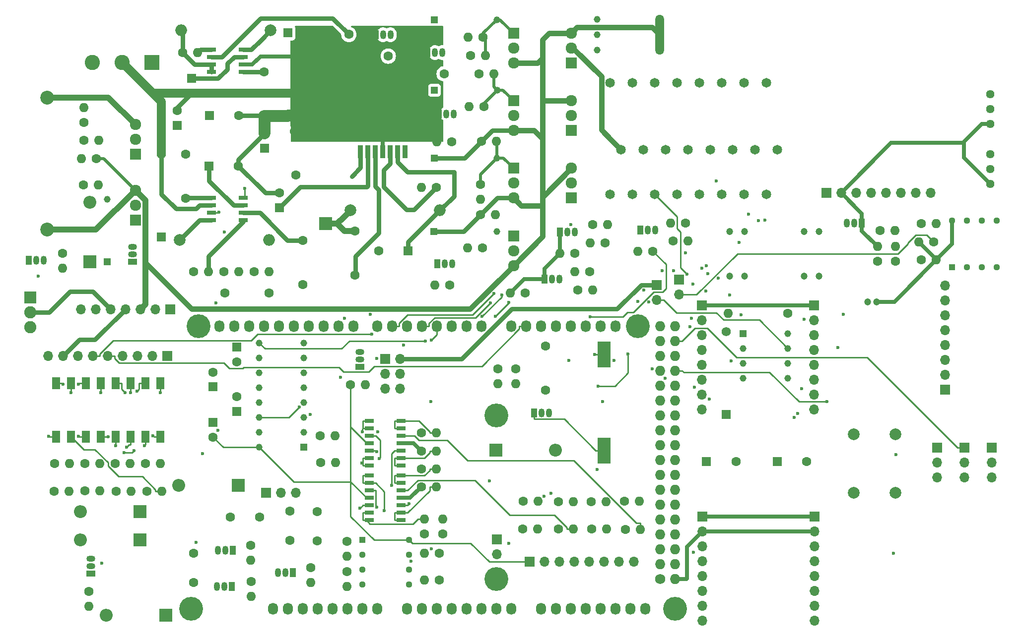
<source format=gbr>
%TF.GenerationSoftware,KiCad,Pcbnew,(6.0.0)*%
%TF.CreationDate,2022-07-15T19:40:24-07:00*%
%TF.ProjectId,AMS-Mega2560-Base,414d532d-4d65-4676-9132-3536302d4261,rev?*%
%TF.SameCoordinates,Original*%
%TF.FileFunction,Copper,L1,Top*%
%TF.FilePolarity,Positive*%
%FSLAX46Y46*%
G04 Gerber Fmt 4.6, Leading zero omitted, Abs format (unit mm)*
G04 Created by KiCad (PCBNEW (6.0.0)) date 2022-07-15 19:40:24*
%MOMM*%
%LPD*%
G01*
G04 APERTURE LIST*
%TA.AperFunction,ComponentPad*%
%ADD10C,1.727200*%
%TD*%
%TA.AperFunction,ComponentPad*%
%ADD11O,1.727200X1.727200*%
%TD*%
%TA.AperFunction,ComponentPad*%
%ADD12O,1.727200X2.032000*%
%TD*%
%TA.AperFunction,ComponentPad*%
%ADD13C,4.064000*%
%TD*%
%TA.AperFunction,ComponentPad*%
%ADD14C,1.650000*%
%TD*%
%TA.AperFunction,ComponentPad*%
%ADD15R,1.575000X1.575000*%
%TD*%
%TA.AperFunction,ComponentPad*%
%ADD16C,1.575000*%
%TD*%
%TA.AperFunction,ComponentPad*%
%ADD17R,2.200000X2.200000*%
%TD*%
%TA.AperFunction,ComponentPad*%
%ADD18O,2.200000X2.200000*%
%TD*%
%TA.AperFunction,ComponentPad*%
%ADD19R,1.050000X1.500000*%
%TD*%
%TA.AperFunction,ComponentPad*%
%ADD20O,1.050000X1.500000*%
%TD*%
%TA.AperFunction,ComponentPad*%
%ADD21C,1.600000*%
%TD*%
%TA.AperFunction,ComponentPad*%
%ADD22O,1.600000X1.600000*%
%TD*%
%TA.AperFunction,ComponentPad*%
%ADD23R,1.920000X1.920000*%
%TD*%
%TA.AperFunction,ComponentPad*%
%ADD24C,1.920000*%
%TD*%
%TA.AperFunction,ComponentPad*%
%ADD25R,1.600000X1.600000*%
%TD*%
%TA.AperFunction,ComponentPad*%
%ADD26R,1.700000X1.700000*%
%TD*%
%TA.AperFunction,ComponentPad*%
%ADD27O,1.700000X1.700000*%
%TD*%
%TA.AperFunction,ComponentPad*%
%ADD28C,2.000000*%
%TD*%
%TA.AperFunction,ComponentPad*%
%ADD29O,2.000000X2.000000*%
%TD*%
%TA.AperFunction,ComponentPad*%
%ADD30R,1.500000X1.050000*%
%TD*%
%TA.AperFunction,ComponentPad*%
%ADD31O,1.500000X1.050000*%
%TD*%
%TA.AperFunction,ComponentPad*%
%ADD32R,2.250000X2.250000*%
%TD*%
%TA.AperFunction,ComponentPad*%
%ADD33C,2.250000*%
%TD*%
%TA.AperFunction,SMDPad,CuDef*%
%ADD34R,0.910000X2.160000*%
%TD*%
%TA.AperFunction,SMDPad,CuDef*%
%ADD35R,10.800000X10.410000*%
%TD*%
%TA.AperFunction,ComponentPad*%
%ADD36R,2.600000X2.600000*%
%TD*%
%TA.AperFunction,ComponentPad*%
%ADD37C,2.600000*%
%TD*%
%TA.AperFunction,ComponentPad*%
%ADD38C,1.200000*%
%TD*%
%TA.AperFunction,SMDPad,CuDef*%
%ADD39R,1.450000X2.100000*%
%TD*%
%TA.AperFunction,ComponentPad*%
%ADD40R,1.150000X1.150000*%
%TD*%
%TA.AperFunction,ComponentPad*%
%ADD41C,1.150000*%
%TD*%
%TA.AperFunction,SMDPad,CuDef*%
%ADD42R,1.528000X0.650000*%
%TD*%
%TA.AperFunction,ComponentPad*%
%ADD43C,1.440000*%
%TD*%
%TA.AperFunction,ComponentPad*%
%ADD44R,1.160000X1.160000*%
%TD*%
%TA.AperFunction,ComponentPad*%
%ADD45C,1.160000*%
%TD*%
%TA.AperFunction,ComponentPad*%
%ADD46R,2.085000X2.085000*%
%TD*%
%TA.AperFunction,ComponentPad*%
%ADD47C,2.085000*%
%TD*%
%TA.AperFunction,SMDPad,CuDef*%
%ADD48R,2.300000X4.500000*%
%TD*%
%TA.AperFunction,ComponentPad*%
%ADD49C,2.360000*%
%TD*%
%TA.AperFunction,ComponentPad*%
%ADD50R,1.130000X1.130000*%
%TD*%
%TA.AperFunction,ComponentPad*%
%ADD51C,1.130000*%
%TD*%
%TA.AperFunction,SMDPad,CuDef*%
%ADD52R,1.525000X0.650000*%
%TD*%
%TA.AperFunction,ViaPad*%
%ADD53C,0.600000*%
%TD*%
%TA.AperFunction,Conductor*%
%ADD54C,0.635000*%
%TD*%
%TA.AperFunction,Conductor*%
%ADD55C,1.524000*%
%TD*%
%TA.AperFunction,Conductor*%
%ADD56C,0.250000*%
%TD*%
%TA.AperFunction,Conductor*%
%ADD57C,2.032000*%
%TD*%
%TA.AperFunction,Conductor*%
%ADD58C,0.762000*%
%TD*%
%TA.AperFunction,Conductor*%
%ADD59C,0.889000*%
%TD*%
%TA.AperFunction,Conductor*%
%ADD60C,0.508000*%
%TD*%
%TA.AperFunction,Conductor*%
%ADD61C,1.016000*%
%TD*%
G04 APERTURE END LIST*
D10*
%TO.P,P4,1,Pin_1*%
%TO.N,GND*%
X178021100Y-143971900D03*
D11*
%TO.P,P4,2,Pin_2*%
X180561100Y-143971900D03*
%TO.P,P4,3,Pin_3*%
%TO.N,SCLK*%
X178021100Y-141431900D03*
%TO.P,P4,4,Pin_4*%
%TO.N,unconnected-(P4-Pad4)*%
X180561100Y-141431900D03*
%TO.P,P4,5,Pin_5*%
%TO.N,MISO*%
X178021100Y-138891900D03*
%TO.P,P4,6,Pin_6*%
%TO.N,MOSI*%
X180561100Y-138891900D03*
%TO.P,P4,7,Pin_7*%
%TO.N,WaterCS*%
X178021100Y-136351900D03*
%TO.P,P4,8,Pin_8*%
%TO.N,Logging*%
X180561100Y-136351900D03*
%TO.P,P4,9,Pin_9*%
%TO.N,LsideCS*%
X178021100Y-133811900D03*
%TO.P,P4,10,Pin_10*%
%TO.N,IN3TTL*%
X180561100Y-133811900D03*
%TO.P,P4,11,Pin_11*%
%TO.N,RsideCS*%
X178021100Y-131271900D03*
%TO.P,P4,12,Pin_12*%
%TO.N,OUTPUTLED2*%
X180561100Y-131271900D03*
%TO.P,P4,13,Pin_13*%
%TO.N,FrontCS*%
X178021100Y-128731900D03*
%TO.P,P4,14,Pin_14*%
%TO.N,OUTPUTLED1*%
X180561100Y-128731900D03*
%TO.P,P4,15,Pin_15*%
%TO.N,AmbientCS*%
X178021100Y-126191900D03*
%TO.P,P4,16,Pin_16*%
%TO.N,RPMEN*%
X180561100Y-126191900D03*
%TO.P,P4,17,Pin_17*%
%TO.N,CarbCS*%
X178021100Y-123651900D03*
%TO.P,P4,18,Pin_18*%
%TO.N,unconnected-(P4-Pad18)*%
X180561100Y-123651900D03*
%TO.P,P4,19,Pin_19*%
%TO.N,SDCS*%
X178021100Y-121111900D03*
%TO.P,P4,20,Pin_20*%
%TO.N,unconnected-(P4-Pad20)*%
X180561100Y-121111900D03*
%TO.P,P4,21,Pin_21*%
%TO.N,SDDetect*%
X178021100Y-118571900D03*
%TO.P,P4,22,Pin_22*%
%TO.N,unconnected-(P4-Pad22)*%
X180561100Y-118571900D03*
%TO.P,P4,23,Pin_23*%
%TO.N,unconnected-(P4-Pad23)*%
X178021100Y-116031900D03*
%TO.P,P4,24,Pin_24*%
%TO.N,unconnected-(P4-Pad24)*%
X180561100Y-116031900D03*
%TO.P,P4,25,Pin_25*%
%TO.N,unconnected-(P4-Pad25)*%
X178021100Y-113491900D03*
%TO.P,P4,26,Pin_26*%
%TO.N,unconnected-(P4-Pad26)*%
X180561100Y-113491900D03*
%TO.P,P4,27,Pin_27*%
%TO.N,unconnected-(P4-Pad27)*%
X178021100Y-110951900D03*
%TO.P,P4,28,Pin_28*%
%TO.N,unconnected-(P4-Pad28)*%
X180561100Y-110951900D03*
%TO.P,P4,29,Pin_29*%
%TO.N,unconnected-(P4-Pad29)*%
X178021100Y-108411900D03*
%TO.P,P4,30,Pin_30*%
%TO.N,SWSCLK*%
X180561100Y-108411900D03*
%TO.P,P4,31,Pin_31*%
%TO.N,unconnected-(P4-Pad31)*%
X178021100Y-105871900D03*
%TO.P,P4,32,Pin_32*%
%TO.N,SWMISO*%
X180561100Y-105871900D03*
%TO.P,P4,33,Pin_33*%
%TO.N,unconnected-(P4-Pad33)*%
X178021100Y-103331900D03*
%TO.P,P4,34,Pin_34*%
%TO.N,SWMOSI*%
X180561100Y-103331900D03*
%TO.P,P4,35,Pin_35*%
%TO.N,unconnected-(P4-Pad35)*%
X178021100Y-100791900D03*
%TO.P,P4,36,Pin_36*%
%TO.N,unconnected-(P4-Pad36)*%
X180561100Y-100791900D03*
%TD*%
D12*
%TO.P,P1,1,Pin_1*%
%TO.N,unconnected-(P1-Pad1)*%
X111981100Y-149051900D03*
%TO.P,P1,2,Pin_2*%
%TO.N,unconnected-(P1-Pad2)*%
X114521100Y-149051900D03*
%TO.P,P1,3,Pin_3*%
%TO.N,unconnected-(P1-Pad3)*%
X117061100Y-149051900D03*
%TO.P,P1,4,Pin_4*%
%TO.N,unconnected-(P1-Pad4)*%
X119601100Y-149051900D03*
%TO.P,P1,5,Pin_5*%
%TO.N,unconnected-(P1-Pad5)*%
X122141100Y-149051900D03*
%TO.P,P1,6,Pin_6*%
%TO.N,GND*%
X124681100Y-149051900D03*
%TO.P,P1,7,Pin_7*%
X127221100Y-149051900D03*
%TO.P,P1,8,Pin_8*%
%TO.N,+10V*%
X129761100Y-149051900D03*
%TD*%
%TO.P,P2,1,Pin_1*%
%TO.N,VoltageSensor*%
X134841100Y-149051900D03*
%TO.P,P2,2,Pin_2*%
%TO.N,/A1*%
X137381100Y-149051900D03*
%TO.P,P2,3,Pin_3*%
%TO.N,Vacuum1*%
X139921100Y-149051900D03*
%TO.P,P2,4,Pin_4*%
%TO.N,Vacuum2*%
X142461100Y-149051900D03*
%TO.P,P2,5,Pin_5*%
%TO.N,AltCurrent*%
X145001100Y-149051900D03*
%TO.P,P2,6,Pin_6*%
%TO.N,FuelPressure1*%
X147541100Y-149051900D03*
%TO.P,P2,7,Pin_7*%
%TO.N,FuelPressure2*%
X150081100Y-149051900D03*
%TO.P,P2,8,Pin_8*%
%TO.N,OilPressure*%
X152621100Y-149051900D03*
%TD*%
%TO.P,P3,1,Pin_1*%
%TO.N,AFR1*%
X157701100Y-149051900D03*
%TO.P,P3,2,Pin_2*%
%TO.N,AFR2*%
X160241100Y-149051900D03*
%TO.P,P3,3,Pin_3*%
%TO.N,/A10*%
X162781100Y-149051900D03*
%TO.P,P3,4,Pin_4*%
%TO.N,GPSBat*%
X165321100Y-149051900D03*
%TO.P,P3,5,Pin_5*%
%TO.N,ThrottlePositionADC*%
X167861100Y-149051900D03*
%TO.P,P3,6,Pin_6*%
%TO.N,SpareBufferedADC*%
X170401100Y-149051900D03*
%TO.P,P3,7,Pin_7*%
%TO.N,unconnected-(P3-Pad7)*%
X172941100Y-149051900D03*
%TO.P,P3,8,Pin_8*%
%TO.N,unconnected-(P3-Pad8)*%
X175481100Y-149051900D03*
%TD*%
%TO.P,P5,1,Pin_1*%
%TO.N,SCL*%
X102837100Y-100791900D03*
%TO.P,P5,2,Pin_2*%
%TO.N,SDA*%
X105377100Y-100791900D03*
%TO.P,P5,3,Pin_3*%
%TO.N,unconnected-(P5-Pad3)*%
X107917100Y-100791900D03*
%TO.P,P5,4,Pin_4*%
%TO.N,GND*%
X110457100Y-100791900D03*
%TO.P,P5,5,Pin_5*%
%TO.N,unconnected-(P5-Pad5)*%
X112997100Y-100791900D03*
%TO.P,P5,6,Pin_6*%
%TO.N,unconnected-(P5-Pad6)*%
X115537100Y-100791900D03*
%TO.P,P5,7,Pin_7*%
%TO.N,unconnected-(P5-Pad7)*%
X118077100Y-100791900D03*
%TO.P,P5,8,Pin_8*%
%TO.N,unconnected-(P5-Pad8)*%
X120617100Y-100791900D03*
%TO.P,P5,9,Pin_9*%
%TO.N,unconnected-(P5-Pad9)*%
X123157100Y-100791900D03*
%TO.P,P5,10,Pin_10*%
%TO.N,OUTPUTSiren*%
X125697100Y-100791900D03*
%TD*%
%TO.P,P6,1,Pin_1*%
%TO.N,OUTPUT4*%
X129761100Y-100791900D03*
%TO.P,P6,2,Pin_2*%
%TO.N,OUTPUT3*%
X132301100Y-100791900D03*
%TO.P,P6,3,Pin_3*%
%TO.N,OUTPUT2*%
X134841100Y-100791900D03*
%TO.P,P6,4,Pin_4*%
%TO.N,OUTPUT1*%
X137381100Y-100791900D03*
%TO.P,P6,5,Pin_5*%
%TO.N,IN2TTL*%
X139921100Y-100791900D03*
%TO.P,P6,6,Pin_6*%
%TO.N,IN1TTL*%
X142461100Y-100791900D03*
%TO.P,P6,7,Pin_7*%
%TO.N,unconnected-(P6-Pad7)*%
X145001100Y-100791900D03*
%TO.P,P6,8,Pin_8*%
%TO.N,unconnected-(P6-Pad8)*%
X147541100Y-100791900D03*
%TD*%
%TO.P,P7,1,Pin_1*%
%TO.N,GPSRX*%
X152621100Y-100791900D03*
%TO.P,P7,2,Pin_2*%
%TO.N,GPSTX*%
X155161100Y-100791900D03*
%TO.P,P7,3,Pin_3*%
%TO.N,Com1TX*%
X157701100Y-100791900D03*
%TO.P,P7,4,Pin_4*%
%TO.N,Com1RX*%
X160241100Y-100791900D03*
%TO.P,P7,5,Pin_5*%
%TO.N,Com2TX*%
X162781100Y-100791900D03*
%TO.P,P7,6,Pin_6*%
%TO.N,Com2RX*%
X165321100Y-100791900D03*
%TO.P,P7,7,Pin_7*%
%TO.N,SDA*%
X167861100Y-100791900D03*
%TO.P,P7,8,Pin_8*%
%TO.N,SCL*%
X170401100Y-100791900D03*
%TD*%
D13*
%TO.P,P8,1,Pin_1*%
%TO.N,unconnected-(P8-Pad1)*%
X98011100Y-149051900D03*
%TD*%
%TO.P,P9,1,Pin_1*%
%TO.N,unconnected-(P9-Pad1)*%
X150081100Y-143971900D03*
%TD*%
%TO.P,P10,1,Pin_1*%
%TO.N,unconnected-(P10-Pad1)*%
X180561100Y-149051900D03*
%TD*%
%TO.P,P11,1,Pin_1*%
%TO.N,unconnected-(P11-Pad1)*%
X99281100Y-100791900D03*
%TD*%
%TO.P,P12,1,Pin_1*%
%TO.N,unconnected-(P12-Pad1)*%
X150081100Y-116031900D03*
%TD*%
%TO.P,P13,1,Pin_1*%
%TO.N,unconnected-(P13-Pad1)*%
X174211100Y-100791900D03*
%TD*%
D14*
%TO.P,J4,1,1*%
%TO.N,Sense1-1*%
X196101600Y-78302400D03*
%TO.P,J4,2,2*%
%TO.N,SCL*%
X198001600Y-70682400D03*
%TO.P,J4,3,3*%
%TO.N,Sense1-3*%
X196101600Y-59252400D03*
%TO.P,J4,4,4*%
%TO.N,Sense1-4*%
X192291600Y-78302400D03*
%TO.P,J4,5,5*%
%TO.N,SDA*%
X194191600Y-70682400D03*
%TO.P,J4,6,6*%
%TO.N,Sense1-6*%
X192291600Y-59252400D03*
%TO.P,J4,7,7*%
%TO.N,Sense1-7*%
X188481600Y-78302400D03*
%TO.P,J4,8,8*%
%TO.N,Sense1-8*%
X190381600Y-70682400D03*
%TO.P,J4,9,9*%
%TO.N,Sense1-9*%
X188481600Y-59252400D03*
%TO.P,J4,10,10*%
%TO.N,Sense1-10*%
X184671600Y-78302400D03*
%TO.P,J4,11,11*%
%TO.N,Sense1-11*%
X186571600Y-70682400D03*
%TO.P,J4,12,12*%
%TO.N,Sense1-12*%
X184671600Y-59252400D03*
%TD*%
%TO.P,J5,1,1*%
%TO.N,Sense2-1*%
X180857300Y-78302400D03*
%TO.P,J5,2,2*%
%TO.N,Sense2-2*%
X182757300Y-70682400D03*
%TO.P,J5,3,3*%
%TO.N,Sense2-3*%
X180857300Y-59252400D03*
%TO.P,J5,4,4*%
%TO.N,Sense2-4*%
X177047300Y-78302400D03*
%TO.P,J5,5,5*%
%TO.N,Sense2-5*%
X178947300Y-70682400D03*
%TO.P,J5,6,6*%
%TO.N,Sense2-6*%
X177047300Y-59252400D03*
%TO.P,J5,7,7*%
%TO.N,Sense2-7*%
X173237300Y-78302400D03*
%TO.P,J5,8,8*%
%TO.N,Sense2-8*%
X175137300Y-70682400D03*
%TO.P,J5,9,9*%
%TO.N,Sense2-9*%
X173237300Y-59252400D03*
%TO.P,J5,10,10*%
%TO.N,Sense2-10*%
X169427300Y-78302400D03*
%TO.P,J5,11,11*%
%TO.N,Sense2-11*%
X171327300Y-70682400D03*
%TO.P,J5,12,12*%
%TO.N,Sense2-12*%
X169427300Y-59252400D03*
%TD*%
D15*
%TO.P,D7,1*%
%TO.N,Net-(D7-Pad1)*%
X92892200Y-85548400D03*
D16*
%TO.P,D7,2*%
%TO.N,GND*%
X92892200Y-71448400D03*
%TD*%
D17*
%TO.P,D10,1,K*%
%TO.N,Net-(D10-Pad1)*%
X149922800Y-121993000D03*
D18*
%TO.P,D10,2,A*%
%TO.N,+3.3VP*%
X160082800Y-121993000D03*
%TD*%
D19*
%TO.P,Q8,1,S*%
%TO.N,GND*%
X160890100Y-84718700D03*
D20*
%TO.P,Q8,2,G*%
%TO.N,OUTPUTLED1*%
X162160100Y-84718700D03*
%TO.P,Q8,3,D*%
%TO.N,Net-(Q8-Pad3)*%
X163430100Y-84718700D03*
%TD*%
D21*
%TO.P,R43,1*%
%TO.N,+VDC*%
X168607800Y-86594000D03*
D22*
%TO.P,R43,2*%
%TO.N,Net-(Q10-Pad1)*%
X166067800Y-86594000D03*
%TD*%
D17*
%TO.P,D1,1,K*%
%TO.N,Net-(D1-Pad1)*%
X80706300Y-89808700D03*
D18*
%TO.P,D1,2,A*%
%TO.N,PowerOn*%
X80706300Y-79648700D03*
%TD*%
D19*
%TO.P,Q16,1,S*%
%TO.N,GND*%
X174624500Y-84413200D03*
D20*
%TO.P,Q16,2,G*%
%TO.N,OUTPUTSiren*%
X175894500Y-84413200D03*
%TO.P,Q16,3,D*%
%TO.N,Net-(Q16-Pad3)*%
X177164500Y-84413200D03*
%TD*%
D23*
%TO.P,Q13,1*%
%TO.N,Net-(Q13-Pad1)*%
X152969100Y-73847300D03*
D24*
%TO.P,Q13,2*%
%TO.N,Sense2-9*%
X152969100Y-76387300D03*
%TO.P,Q13,3*%
%TO.N,+VDC*%
X152969100Y-78927300D03*
%TD*%
D21*
%TO.P,R5,1*%
%TO.N,Sense2-1*%
X108144700Y-138243300D03*
D22*
%TO.P,R5,2*%
%TO.N,GND*%
X108144700Y-140783300D03*
%TD*%
D21*
%TO.P,R65,1*%
%TO.N,GND*%
X120056900Y-124116900D03*
D22*
%TO.P,R65,2*%
%TO.N,FuelPressure2*%
X122596900Y-124116900D03*
%TD*%
D21*
%TO.P,R71,1*%
%TO.N,GND*%
X172102200Y-135512100D03*
D22*
%TO.P,R71,2*%
%TO.N,Sense1-3*%
X174642200Y-135512100D03*
%TD*%
D21*
%TO.P,R56,1*%
%TO.N,Net-(Q18-Pad1)*%
X180195400Y-86247700D03*
D22*
%TO.P,R56,2*%
%TO.N,Net-(Q16-Pad3)*%
X182735400Y-86247700D03*
%TD*%
D23*
%TO.P,Q6,1*%
%TO.N,Net-(Q6-Pad1)*%
X88471600Y-71436700D03*
D24*
%TO.P,Q6,2*%
%TO.N,Net-(J21-Pad1)*%
X88471600Y-68896700D03*
%TO.P,Q6,3*%
%TO.N,Net-(Q6-Pad3)*%
X88471600Y-66356700D03*
%TD*%
D25*
%TO.P,C30,1*%
%TO.N,Net-(C30-Pad1)*%
X197993900Y-123904500D03*
D21*
%TO.P,C30,2*%
%TO.N,GND*%
X202993900Y-123904500D03*
%TD*%
%TO.P,R59,1*%
%TO.N,Net-(Q20-Pad1)*%
X147774100Y-51494800D03*
D22*
%TO.P,R59,2*%
%TO.N,Net-(Q19-Pad3)*%
X145234100Y-51494800D03*
%TD*%
D21*
%TO.P,R48,1*%
%TO.N,Net-(Q13-Pad1)*%
X147351500Y-76587800D03*
D22*
%TO.P,R48,2*%
%TO.N,Net-(Q11-Pad3)*%
X147351500Y-79127800D03*
%TD*%
D21*
%TO.P,R64,1*%
%TO.N,GND*%
X120006400Y-119516000D03*
D22*
%TO.P,R64,2*%
%TO.N,FuelPressure1*%
X122546400Y-119516000D03*
%TD*%
D21*
%TO.P,R22,1*%
%TO.N,Net-(IC9-Pad5)*%
X139843100Y-77085100D03*
D22*
%TO.P,R22,2*%
%TO.N,GND*%
X137303100Y-77085100D03*
%TD*%
D21*
%TO.P,R41,1*%
%TO.N,+VDC*%
X147061400Y-57723300D03*
D22*
%TO.P,R41,2*%
%TO.N,Net-(Q9-Pad1)*%
X149601400Y-57723300D03*
%TD*%
D26*
%TO.P,J24,1,Pin_1*%
%TO.N,Net-(J24-Pad1)*%
X181186800Y-92877800D03*
D27*
%TO.P,J24,2,Pin_2*%
%TO.N,Net-(IC14-Pad1)*%
X181186800Y-95417800D03*
%TD*%
D28*
%TO.P,L2,1,1*%
%TO.N,Net-(D7-Pad1)*%
X96052200Y-86102400D03*
D29*
%TO.P,L2,2,2*%
%TO.N,+10V*%
X111292200Y-86102400D03*
%TD*%
D21*
%TO.P,R21,1*%
%TO.N,Net-(Q6-Pad1)*%
X79687400Y-66002600D03*
D22*
%TO.P,R21,2*%
%TO.N,GND*%
X79687400Y-63462600D03*
%TD*%
D21*
%TO.P,R61,1*%
%TO.N,Net-(Q21-Pad1)*%
X79730500Y-69077500D03*
D22*
%TO.P,R61,2*%
%TO.N,Net-(Q5-Pad3)*%
X82270500Y-69077500D03*
%TD*%
D26*
%TO.P,T3,1,Pin_1*%
%TO.N,+5V*%
X185205600Y-133341400D03*
D27*
%TO.P,T3,2,Pin_2*%
%TO.N,GND*%
X185205600Y-135881400D03*
%TO.P,T3,3,Pin_3*%
%TO.N,unconnected-(T3-Pad3)*%
X185205600Y-138421400D03*
%TO.P,T3,4,Pin_4*%
%TO.N,RTDSCLK*%
X185205600Y-140961400D03*
%TO.P,T3,5,Pin_5*%
%TO.N,RTDMISO*%
X185205600Y-143501400D03*
%TO.P,T3,6,Pin_6*%
%TO.N,RTDMOSI*%
X185205600Y-146041400D03*
%TO.P,T3,7,Pin_7*%
%TO.N,RsideCS*%
X185205600Y-148581400D03*
%TO.P,T3,8,Pin_8*%
%TO.N,unconnected-(T3-Pad8)*%
X185205600Y-151121400D03*
%TD*%
D15*
%TO.P,D8,1*%
%TO.N,Net-(D8-Pad1)*%
X114476300Y-50716300D03*
D16*
%TO.P,D8,2*%
%TO.N,GND*%
X114476300Y-64816300D03*
%TD*%
D21*
%TO.P,R58,1*%
%TO.N,+VDC*%
X145684100Y-54609900D03*
D22*
%TO.P,R58,2*%
%TO.N,Net-(Q20-Pad1)*%
X148224100Y-54609900D03*
%TD*%
D19*
%TO.P,Q23,1,S*%
%TO.N,GND*%
X70303900Y-89526600D03*
D20*
%TO.P,Q23,2,G*%
%TO.N,Net-(D1-Pad1)*%
X71573900Y-89526600D03*
%TO.P,Q23,3,D*%
%TO.N,Net-(Q22-Pad1)*%
X72843900Y-89526600D03*
%TD*%
D30*
%TO.P,Q2,1,S*%
%TO.N,GND*%
X80900100Y-143056000D03*
D31*
%TO.P,Q2,2,G*%
%TO.N,Sense2-10*%
X80900100Y-141786000D03*
%TO.P,Q2,3,D*%
%TO.N,Net-(D3-Pad1)*%
X80900100Y-140516000D03*
%TD*%
D32*
%TO.P,D6,1*%
%TO.N,Net-(C15-Pad2)*%
X120888400Y-83319600D03*
D33*
%TO.P,D6,2*%
%TO.N,GND*%
X120888400Y-54719600D03*
%TD*%
D26*
%TO.P,J9,1,Pin_1*%
%TO.N,/Sheet6152913C/RSCOM2TX*%
X110783000Y-129287000D03*
D27*
%TO.P,J9,2,Pin_2*%
%TO.N,/Sheet6152913C/RSCOM2RX*%
X113323000Y-129287000D03*
%TO.P,J9,3,Pin_3*%
%TO.N,GND*%
X115863000Y-129287000D03*
%TD*%
D30*
%TO.P,U2,1,REF*%
%TO.N,Net-(IC12-Pad5)*%
X126761900Y-107716700D03*
D31*
%TO.P,U2,2,A*%
%TO.N,GND*%
X126761900Y-106446700D03*
%TO.P,U2,3,K*%
%TO.N,Net-(IC12-Pad5)*%
X126761900Y-105176700D03*
%TD*%
D19*
%TO.P,Q24,1,D*%
%TO.N,/A1*%
X156465700Y-115613100D03*
D20*
%TO.P,Q24,2,G*%
%TO.N,Net-(IC19-Pad2)*%
X157735700Y-115613100D03*
%TO.P,Q24,3,S*%
%TO.N,Net-(D10-Pad1)*%
X159005700Y-115613100D03*
%TD*%
D21*
%TO.P,L4,1,1*%
%TO.N,Net-(D9-Pad1)*%
X199771300Y-98617200D03*
D22*
%TO.P,L4,2,2*%
%TO.N,GND*%
X189611300Y-98617200D03*
%TD*%
D19*
%TO.P,Q15,1,S*%
%TO.N,GND*%
X140001700Y-90159900D03*
D20*
%TO.P,Q15,2,G*%
%TO.N,OUTPUT4*%
X141271700Y-90159900D03*
%TO.P,Q15,3,D*%
%TO.N,Net-(Q15-Pad3)*%
X142541700Y-90159900D03*
%TD*%
D34*
%TO.P,IC9,1,SWITCH_OUTPUT*%
%TO.N,Net-(C15-Pad2)*%
X126848400Y-70987100D03*
%TO.P,IC9,2,INPUT*%
%TO.N,+VSW*%
X128118400Y-70987100D03*
%TO.P,IC9,3,CBOOST/CB*%
%TO.N,Net-(C15-Pad1)*%
X129388400Y-70987100D03*
%TO.P,IC9,4,GND*%
%TO.N,GND*%
X130658400Y-70987100D03*
%TO.P,IC9,5,SYNC*%
%TO.N,Net-(IC9-Pad5)*%
X131928400Y-70987100D03*
%TO.P,IC9,6,FEEDBACK/FB*%
%TO.N,+5V*%
X133198400Y-70987100D03*
%TO.P,IC9,7,ON/~{OFF}*%
%TO.N,unconnected-(IC9-Pad7)*%
X134468400Y-70987100D03*
D35*
%TO.P,IC9,8,EP*%
%TO.N,GND*%
X130658400Y-62667100D03*
%TD*%
D21*
%TO.P,R31,1*%
%TO.N,+5V*%
X125172400Y-110772600D03*
D22*
%TO.P,R31,2*%
%TO.N,Net-(IC12-Pad5)*%
X127712400Y-110772600D03*
%TD*%
D21*
%TO.P,R67,1*%
%TO.N,GND*%
X137262100Y-122136700D03*
D22*
%TO.P,R67,2*%
%TO.N,ThrottlePositionADC*%
X139802100Y-122136700D03*
%TD*%
D21*
%TO.P,R24,1*%
%TO.N,GND*%
X103527600Y-91520800D03*
D22*
%TO.P,R24,2*%
%TO.N,Net-(C19-Pad1)*%
X106067600Y-91520800D03*
%TD*%
D36*
%TO.P,J21,1,Pin_1*%
%TO.N,Net-(J21-Pad1)*%
X91265200Y-55743100D03*
D37*
%TO.P,J21,2,Pin_2*%
%TO.N,GND*%
X86185200Y-55743100D03*
%TO.P,J21,3,Pin_3*%
%TO.N,PowerOn*%
X81105200Y-55743100D03*
%TD*%
D26*
%TO.P,T4,1,Pin_1*%
%TO.N,+5V*%
X204282700Y-133341400D03*
D27*
%TO.P,T4,2,Pin_2*%
%TO.N,GND*%
X204282700Y-135881400D03*
%TO.P,T4,3,Pin_3*%
%TO.N,unconnected-(T4-Pad3)*%
X204282700Y-138421400D03*
%TO.P,T4,4,Pin_4*%
%TO.N,RTDSCLK*%
X204282700Y-140961400D03*
%TO.P,T4,5,Pin_5*%
%TO.N,RTDMISO*%
X204282700Y-143501400D03*
%TO.P,T4,6,Pin_6*%
%TO.N,RTDMOSI*%
X204282700Y-146041400D03*
%TO.P,T4,7,Pin_7*%
%TO.N,FrontCS*%
X204282700Y-148581400D03*
%TO.P,T4,8,Pin_8*%
%TO.N,unconnected-(T4-Pad8)*%
X204282700Y-151121400D03*
%TD*%
D21*
%TO.P,C19,1*%
%TO.N,Net-(C19-Pad1)*%
X103764500Y-95181000D03*
%TO.P,C19,2*%
%TO.N,+10V*%
X111264500Y-95181000D03*
%TD*%
D38*
%TO.P,K1,1,COM_1*%
%TO.N,Net-(K1-Pad1)*%
X205074100Y-84663800D03*
%TO.P,K1,2,COIL_1*%
%TO.N,+5V*%
X202534100Y-84663800D03*
%TO.P,K1,6,COIL_2*%
%TO.N,Net-(K1-Pad6)*%
X192374100Y-84663800D03*
%TO.P,K1,7,NO_1*%
%TO.N,Sense2-2*%
X189834100Y-84663800D03*
%TO.P,K1,8,NO_2*%
X189834100Y-92283800D03*
%TO.P,K1,9,NTC_1*%
%TO.N,unconnected-(K1-Pad9)*%
X192374100Y-92283800D03*
%TO.P,K1,13,NTC_2*%
%TO.N,unconnected-(K1-Pad13)*%
X202534100Y-92283800D03*
%TO.P,K1,14,COM_2*%
%TO.N,Net-(K1-Pad1)*%
X205074100Y-92283800D03*
%TD*%
D25*
%TO.P,C14,1*%
%TO.N,+VSW*%
X113074300Y-80554800D03*
D21*
%TO.P,C14,2*%
%TO.N,GND*%
X113074300Y-78054800D03*
%TD*%
%TO.P,R46,1*%
%TO.N,OUTPUTLED2*%
X154933700Y-95182900D03*
D22*
%TO.P,R46,2*%
%TO.N,GND*%
X152393700Y-95182900D03*
%TD*%
D21*
%TO.P,R9,1*%
%TO.N,Sense2-7*%
X118390500Y-142064600D03*
D22*
%TO.P,R9,2*%
%TO.N,GND*%
X118390500Y-144604600D03*
%TD*%
D21*
%TO.P,R72,1*%
%TO.N,GND*%
X166193800Y-130785400D03*
D22*
%TO.P,R72,2*%
%TO.N,Sense1-6*%
X168733800Y-130785400D03*
%TD*%
D19*
%TO.P,Q19,1,S*%
%TO.N,GND*%
X138302400Y-54077800D03*
D20*
%TO.P,Q19,2,G*%
%TO.N,OUTPUT1*%
X139572400Y-54077800D03*
%TO.P,Q19,3,D*%
%TO.N,Net-(Q19-Pad3)*%
X140842400Y-54077800D03*
%TD*%
D26*
%TO.P,J6,1,Pin_1*%
%TO.N,unconnected-(J6-Pad1)*%
X93896800Y-105925600D03*
D27*
%TO.P,J6,2,Pin_2*%
%TO.N,unconnected-(J6-Pad2)*%
X91356800Y-105925600D03*
%TO.P,J6,3,Pin_3*%
%TO.N,GPSBat*%
X88816800Y-105925600D03*
%TO.P,J6,4,Pin_4*%
%TO.N,unconnected-(J6-Pad4)*%
X86276800Y-105925600D03*
%TO.P,J6,5,Pin_5*%
%TO.N,GPSTX*%
X83736800Y-105925600D03*
%TO.P,J6,6,Pin_6*%
%TO.N,GPSRX*%
X81196800Y-105925600D03*
%TO.P,J6,7,Pin_7*%
%TO.N,GND*%
X78656800Y-105925600D03*
%TO.P,J6,8,Pin_8*%
%TO.N,+5V*%
X76116800Y-105925600D03*
%TO.P,J6,9,Pin_9*%
%TO.N,unconnected-(J6-Pad9)*%
X73576800Y-105925600D03*
%TD*%
D21*
%TO.P,R37,1*%
%TO.N,+5V*%
X153369000Y-108072800D03*
D22*
%TO.P,R37,2*%
%TO.N,SCL*%
X153369000Y-110612800D03*
%TD*%
D21*
%TO.P,C2,1*%
%TO.N,Sense2-7*%
X119512100Y-132503500D03*
%TO.P,C2,2*%
%TO.N,GND*%
X119512100Y-137503500D03*
%TD*%
D23*
%TO.P,Q20,1*%
%TO.N,Net-(Q20-Pad1)*%
X152969100Y-50748700D03*
D24*
%TO.P,Q20,2*%
%TO.N,Sense2-3*%
X152969100Y-53288700D03*
%TO.P,Q20,3*%
%TO.N,+VDC*%
X152969100Y-55828700D03*
%TD*%
D21*
%TO.P,R33,1*%
%TO.N,Net-(IC14-Pad1)*%
X224611300Y-86399600D03*
D22*
%TO.P,R33,2*%
%TO.N,GND*%
X222071300Y-86399600D03*
%TD*%
D26*
%TO.P,J22,1,Pin_1*%
%TO.N,GND*%
X94384900Y-97908600D03*
D27*
%TO.P,J22,2,Pin_2*%
%TO.N,+2V5*%
X91844900Y-97908600D03*
%TO.P,J22,3,Pin_3*%
%TO.N,+VDC*%
X89304900Y-97908600D03*
%TO.P,J22,4,Pin_4*%
%TO.N,+5V*%
X86764900Y-97908600D03*
%TO.P,J22,5,Pin_5*%
%TO.N,+3.3VA*%
X84224900Y-97908600D03*
%TO.P,J22,6,Pin_6*%
%TO.N,+10V*%
X81684900Y-97908600D03*
%TO.P,J22,7,Pin_7*%
%TO.N,+VSW*%
X79144900Y-97908600D03*
%TD*%
D21*
%TO.P,R2,1*%
%TO.N,GND*%
X154518800Y-135417500D03*
D22*
%TO.P,R2,2*%
%TO.N,Sense1-10*%
X157058800Y-135417500D03*
%TD*%
D39*
%TO.P,IC7,1,A_1*%
%TO.N,Net-(IC7-Pad1)*%
X92718500Y-110579700D03*
%TO.P,IC7,2,K_1*%
%TO.N,Net-(D3-Pad2)*%
X90178500Y-110579700D03*
%TO.P,IC7,3,A_2*%
%TO.N,Net-(IC7-Pad3)*%
X87638500Y-110579700D03*
%TO.P,IC7,4,K_2*%
%TO.N,Net-(D2-Pad2)*%
X85098500Y-110579700D03*
%TO.P,IC7,5,A_3*%
%TO.N,Net-(IC7-Pad5)*%
X82558500Y-110579700D03*
%TO.P,IC7,6,K_3*%
%TO.N,Net-(D4-Pad2)*%
X80018500Y-110579700D03*
%TO.P,IC7,7,A_4*%
%TO.N,Net-(IC7-Pad7)*%
X77478500Y-110579700D03*
%TO.P,IC7,8,K_4*%
%TO.N,Net-(D5-Pad2)*%
X74938500Y-110579700D03*
%TO.P,IC7,9,E_1*%
%TO.N,GND*%
X74938500Y-119679700D03*
%TO.P,IC7,10,C_1*%
%TO.N,Logging*%
X77478500Y-119679700D03*
%TO.P,IC7,11,E_2*%
%TO.N,GND*%
X80018500Y-119679700D03*
%TO.P,IC7,12,C_2*%
%TO.N,IN3TTL*%
X82558500Y-119679700D03*
%TO.P,IC7,13,E_3*%
%TO.N,GND*%
X85098500Y-119679700D03*
%TO.P,IC7,14,C_3*%
%TO.N,IN2TTL*%
X87638500Y-119679700D03*
%TO.P,IC7,15,E_4*%
%TO.N,GND*%
X90178500Y-119679700D03*
%TO.P,IC7,16,C_4*%
%TO.N,IN1TTL*%
X92718500Y-119679700D03*
%TD*%
D40*
%TO.P,Z5,1*%
%TO.N,+VDC*%
X139400400Y-84637100D03*
D41*
%TO.P,Z5,2*%
%TO.N,Net-(Q17-Pad1)*%
X150100400Y-84637100D03*
%TD*%
D21*
%TO.P,C36,1*%
%TO.N,+5V*%
X158411400Y-104207200D03*
%TO.P,C36,2*%
%TO.N,GND*%
X158411400Y-111707200D03*
%TD*%
D42*
%TO.P,IC11,1,ERROR_FLAG*%
%TO.N,Net-(IC11-Pad1)*%
X101418300Y-53593900D03*
%TO.P,IC11,2,DELAY*%
%TO.N,Net-(C21-Pad1)*%
X101418300Y-54863900D03*
%TO.P,IC11,3,BIAS_SUPPLY*%
%TO.N,+3.3VP*%
X101418300Y-56133900D03*
%TO.P,IC11,4,FEEDBACK*%
X101418300Y-57403900D03*
%TO.P,IC11,5,~{SHUTDOWN}/SOFT-START*%
%TO.N,Net-(C24-Pad1)*%
X106840300Y-57403900D03*
%TO.P,IC11,6,GROUND*%
%TO.N,GND*%
X106840300Y-56133900D03*
%TO.P,IC11,7,+VIN*%
%TO.N,+VDC*%
X106840300Y-54863900D03*
%TO.P,IC11,8,OUTPUT*%
%TO.N,Net-(D8-Pad1)*%
X106840300Y-53593900D03*
%TD*%
D21*
%TO.P,R49,1*%
%TO.N,+VDC*%
X165995500Y-91505500D03*
D22*
%TO.P,R49,2*%
%TO.N,Net-(Q14-Pad1)*%
X163455500Y-91505500D03*
%TD*%
D15*
%TO.P,D9,1*%
%TO.N,Net-(D9-Pad1)*%
X189287900Y-115880600D03*
D16*
%TO.P,D9,2*%
%TO.N,Net-(C30-Pad1)*%
X189287900Y-101780600D03*
%TD*%
D21*
%TO.P,R1,1*%
%TO.N,+5V*%
X218111900Y-89695600D03*
D22*
%TO.P,R1,2*%
%TO.N,SDDetect*%
X218111900Y-87155600D03*
%TD*%
D19*
%TO.P,Q12,1,S*%
%TO.N,GND*%
X158237900Y-92748100D03*
D20*
%TO.P,Q12,2,G*%
%TO.N,OUTPUTLED2*%
X159507900Y-92748100D03*
%TO.P,Q12,3,D*%
%TO.N,Net-(Q12-Pad3)*%
X160777900Y-92748100D03*
%TD*%
D25*
%TO.P,C39,1*%
%TO.N,GND*%
X105777600Y-104378800D03*
D21*
%TO.P,C39,2*%
%TO.N,Net-(C39-Pad2)*%
X105777600Y-106878800D03*
%TD*%
D25*
%TO.P,C40,1*%
%TO.N,Net-(C40-Pad1)*%
X101718200Y-117243200D03*
D21*
%TO.P,C40,2*%
%TO.N,+5V*%
X101718200Y-119743200D03*
%TD*%
%TO.P,R11,1*%
%TO.N,+5V*%
X74694700Y-124310600D03*
D22*
%TO.P,R11,2*%
%TO.N,Net-(IC7-Pad7)*%
X77234700Y-124310600D03*
%TD*%
D21*
%TO.P,R8,1*%
%TO.N,Sense2-10*%
X80495900Y-146081600D03*
D22*
%TO.P,R8,2*%
%TO.N,GND*%
X80495900Y-148621600D03*
%TD*%
D21*
%TO.P,C16,1*%
%TO.N,+VSW*%
X115811000Y-75003600D03*
%TO.P,C16,2*%
%TO.N,GND*%
X115811000Y-67503600D03*
%TD*%
%TO.P,R10,1*%
%TO.N,Sense2-4*%
X108188900Y-144400100D03*
D22*
%TO.P,R10,2*%
%TO.N,GND*%
X108188900Y-146940100D03*
%TD*%
D21*
%TO.P,R47,1*%
%TO.N,+VDC*%
X147470900Y-69262600D03*
D22*
%TO.P,R47,2*%
%TO.N,Net-(Q13-Pad1)*%
X150010900Y-69262600D03*
%TD*%
D43*
%TO.P,RV2,1,1*%
%TO.N,Net-(IC14-Pad4)*%
X234269300Y-71412700D03*
%TO.P,RV2,2,2*%
%TO.N,Net-(J31-Pad1)*%
X234269300Y-73952700D03*
%TO.P,RV2,3,3*%
%TO.N,GND*%
X234269300Y-76492700D03*
%TD*%
D21*
%TO.P,R12,1*%
%TO.N,Net-(D1-Pad1)*%
X79646200Y-76718500D03*
D22*
%TO.P,R12,2*%
%TO.N,GND*%
X82186200Y-76718500D03*
%TD*%
D21*
%TO.P,R32,1*%
%TO.N,Net-(K1-Pad1)*%
X222515100Y-83302700D03*
D22*
%TO.P,R32,2*%
%TO.N,Net-(IC14-Pad1)*%
X225055100Y-83302700D03*
%TD*%
D19*
%TO.P,Q3,1,S*%
%TO.N,GND*%
X115308000Y-142905600D03*
D20*
%TO.P,Q3,2,G*%
%TO.N,Sense2-7*%
X114038000Y-142905600D03*
%TO.P,Q3,3,D*%
%TO.N,Net-(D2-Pad1)*%
X112768000Y-142905600D03*
%TD*%
D44*
%TO.P,IC13,1,OUT*%
%TO.N,Net-(C30-Pad1)*%
X192128300Y-102051900D03*
D45*
%TO.P,IC13,2,FB*%
%TO.N,Net-(C27-Pad1)*%
X192128300Y-104591900D03*
%TO.P,IC13,3,SHDN*%
%TO.N,GND*%
X192128300Y-107131900D03*
%TO.P,IC13,4,REF*%
%TO.N,Net-(C27-Pad1)*%
X192128300Y-109671900D03*
%TO.P,IC13,5,GND*%
%TO.N,GND*%
X199748300Y-109671900D03*
%TO.P,IC13,6,V+_1*%
%TO.N,Net-(C28-Pad1)*%
X199748300Y-107131900D03*
%TO.P,IC13,7,V+_2*%
X199748300Y-104591900D03*
%TO.P,IC13,8,LX*%
%TO.N,Net-(D9-Pad1)*%
X199748300Y-102051900D03*
%TD*%
D26*
%TO.P,J8,1,Pin_1*%
%TO.N,SWMOSI*%
X229872200Y-121547800D03*
D27*
%TO.P,J8,2,Pin_2*%
%TO.N,RTDMOSI*%
X229872200Y-124087800D03*
%TO.P,J8,3,Pin_3*%
%TO.N,MOSI*%
X229872200Y-126627800D03*
%TD*%
D21*
%TO.P,R42,1*%
%TO.N,Net-(Q9-Pad1)*%
X147908100Y-63328600D03*
D22*
%TO.P,R42,2*%
%TO.N,Net-(Q7-Pad3)*%
X145368100Y-63328600D03*
%TD*%
D21*
%TO.P,C15,1*%
%TO.N,Net-(C15-Pad1)*%
X125959500Y-92097700D03*
%TO.P,C15,2*%
%TO.N,Net-(C15-Pad2)*%
X125959500Y-84597700D03*
%TD*%
%TO.P,R34,1*%
%TO.N,Net-(C32-Pad1)*%
X222538900Y-89478600D03*
D22*
%TO.P,R34,2*%
%TO.N,GND*%
X225078900Y-89478600D03*
%TD*%
D25*
%TO.P,C18,1*%
%TO.N,+5V*%
X134997900Y-87964700D03*
D21*
%TO.P,C18,2*%
%TO.N,GND*%
X129997900Y-87964700D03*
%TD*%
D23*
%TO.P,Q17,1*%
%TO.N,Net-(Q17-Pad1)*%
X152969100Y-85396500D03*
D24*
%TO.P,Q17,2*%
%TO.N,Sense2-12*%
X152969100Y-87936500D03*
%TO.P,Q17,3*%
%TO.N,+VDC*%
X152969100Y-90476500D03*
%TD*%
D28*
%TO.P,C27,1*%
%TO.N,Net-(C27-Pad1)*%
X211031400Y-119290600D03*
%TO.P,C27,2*%
%TO.N,GND*%
X211031400Y-129290600D03*
%TD*%
%TO.P,C29,1*%
%TO.N,Net-(C28-Pad1)*%
X218110400Y-119260900D03*
%TO.P,C29,2*%
%TO.N,GND*%
X218110400Y-129260900D03*
%TD*%
D25*
%TO.P,C13,1*%
%TO.N,+VSW*%
X110508700Y-70406100D03*
D21*
%TO.P,C13,2*%
%TO.N,GND*%
X110508700Y-67906100D03*
%TD*%
%TO.P,R69,1*%
%TO.N,GND*%
X137248100Y-128241300D03*
D22*
%TO.P,R69,2*%
%TO.N,AFR2*%
X139788100Y-128241300D03*
%TD*%
D19*
%TO.P,Q11,1,S*%
%TO.N,GND*%
X140261800Y-64541200D03*
D20*
%TO.P,Q11,2,G*%
%TO.N,OUTPUT3*%
X141531800Y-64541200D03*
%TO.P,Q11,3,D*%
%TO.N,Net-(Q11-Pad3)*%
X142801800Y-64541200D03*
%TD*%
D21*
%TO.P,R20,1*%
%TO.N,GND*%
X154613400Y-130738100D03*
D22*
%TO.P,R20,2*%
%TO.N,Sense1-4*%
X157153400Y-130738100D03*
%TD*%
D21*
%TO.P,R66,1*%
%TO.N,GND*%
X137262100Y-119061900D03*
D22*
%TO.P,R66,2*%
%TO.N,SpareBufferedADC*%
X139802100Y-119061900D03*
%TD*%
D21*
%TO.P,R45,1*%
%TO.N,OUTPUT3*%
X142435400Y-69333500D03*
D22*
%TO.P,R45,2*%
%TO.N,GND*%
X139895400Y-69333500D03*
%TD*%
D46*
%TO.P,Q22,1*%
%TO.N,Net-(Q22-Pad1)*%
X70584100Y-95867200D03*
D47*
%TO.P,Q22,2*%
%TO.N,+3.3VA*%
X70584100Y-98407200D03*
%TO.P,Q22,3*%
%TO.N,+3.3VP*%
X70584100Y-100947200D03*
%TD*%
D21*
%TO.P,C1,1*%
%TO.N,Sense2-10*%
X98393200Y-139624000D03*
%TO.P,C1,2*%
%TO.N,GND*%
X98393200Y-144624000D03*
%TD*%
D17*
%TO.P,D2,1,K*%
%TO.N,Net-(D2-Pad1)*%
X106014900Y-128035400D03*
D18*
%TO.P,D2,2,A*%
%TO.N,Net-(D2-Pad2)*%
X95854900Y-128035400D03*
%TD*%
D42*
%TO.P,IC10,1,ERROR_FLAG*%
%TO.N,Net-(IC10-Pad1)*%
X106840300Y-82737900D03*
%TO.P,IC10,2,DELAY*%
%TO.N,Net-(C17-Pad1)*%
X106840300Y-81467900D03*
%TO.P,IC10,3,BIAS_SUPPLY*%
%TO.N,+10V*%
X106840300Y-80197900D03*
%TO.P,IC10,4,FEEDBACK*%
%TO.N,Net-(C19-Pad1)*%
X106840300Y-78927900D03*
%TO.P,IC10,5,~{SHUTDOWN}/SOFT-START*%
%TO.N,Net-(C20-Pad1)*%
X101418300Y-78927900D03*
%TO.P,IC10,6,GROUND*%
%TO.N,GND*%
X101418300Y-80197900D03*
%TO.P,IC10,7,+VIN*%
%TO.N,+VSW*%
X101418300Y-81467900D03*
%TO.P,IC10,8,OUTPUT*%
%TO.N,Net-(D7-Pad1)*%
X101418300Y-82737900D03*
%TD*%
D21*
%TO.P,R16,1*%
%TO.N,+5V*%
X74643200Y-128969800D03*
D22*
%TO.P,R16,2*%
%TO.N,IN1TTL*%
X77183200Y-128969800D03*
%TD*%
D21*
%TO.P,C21,1*%
%TO.N,Net-(C21-Pad1)*%
X124890200Y-50980700D03*
%TO.P,C21,2*%
%TO.N,GND*%
X117390200Y-50980700D03*
%TD*%
D26*
%TO.P,J3,1,Pin_1*%
%TO.N,+5V*%
X226581200Y-111690700D03*
D27*
%TO.P,J3,2,Pin_2*%
%TO.N,unconnected-(J3-Pad2)*%
X226581200Y-109150700D03*
%TO.P,J3,3,Pin_3*%
%TO.N,GND*%
X226581200Y-106610700D03*
%TO.P,J3,4,Pin_4*%
%TO.N,SCLK*%
X226581200Y-104070700D03*
%TO.P,J3,5,Pin_5*%
%TO.N,MISO*%
X226581200Y-101530700D03*
%TO.P,J3,6,Pin_6*%
%TO.N,MOSI*%
X226581200Y-98990700D03*
%TO.P,J3,7,Pin_7*%
%TO.N,SDCS*%
X226581200Y-96450700D03*
%TO.P,J3,8,Pin_8*%
%TO.N,SDDetect*%
X226581200Y-93910700D03*
%TD*%
D21*
%TO.P,R26,1*%
%TO.N,+3.3VP*%
X96498000Y-54101900D03*
D22*
%TO.P,R26,2*%
%TO.N,Net-(IC11-Pad1)*%
X99038000Y-54101900D03*
%TD*%
D21*
%TO.P,R18,1*%
%TO.N,+5V*%
X85160400Y-128969800D03*
D22*
%TO.P,R18,2*%
%TO.N,IN3TTL*%
X87700400Y-128969800D03*
%TD*%
D26*
%TO.P,T2,1,Pin_1*%
%TO.N,+5V*%
X185138800Y-97249500D03*
D27*
%TO.P,T2,2,Pin_2*%
%TO.N,GND*%
X185138800Y-99789500D03*
%TO.P,T2,3,Pin_3*%
%TO.N,unconnected-(T2-Pad3)*%
X185138800Y-102329500D03*
%TO.P,T2,4,Pin_4*%
%TO.N,RTDSCLK*%
X185138800Y-104869500D03*
%TO.P,T2,5,Pin_5*%
%TO.N,RTDMISO*%
X185138800Y-107409500D03*
%TO.P,T2,6,Pin_6*%
%TO.N,RTDMOSI*%
X185138800Y-109949500D03*
%TO.P,T2,7,Pin_7*%
%TO.N,LsideCS*%
X185138800Y-112489500D03*
%TO.P,T2,8,Pin_8*%
%TO.N,unconnected-(T2-Pad8)*%
X185138800Y-115029500D03*
%TD*%
D21*
%TO.P,R27,1*%
%TO.N,+VSW*%
X124580100Y-137553400D03*
D22*
%TO.P,R27,2*%
%TO.N,Net-(IC12-Pad3)*%
X124580100Y-140093400D03*
%TD*%
D44*
%TO.P,IC17,1,C1+*%
%TO.N,Net-(C37-Pad1)*%
X117227000Y-121483700D03*
D45*
%TO.P,IC17,2,V+*%
%TO.N,Net-(C40-Pad1)*%
X117227000Y-118943700D03*
%TO.P,IC17,3,C1-*%
%TO.N,Net-(C37-Pad2)*%
X117227000Y-116403700D03*
%TO.P,IC17,4,C2+*%
%TO.N,Net-(C38-Pad1)*%
X117227000Y-113863700D03*
%TO.P,IC17,5,C2-*%
%TO.N,Net-(C38-Pad2)*%
X117227000Y-111323700D03*
%TO.P,IC17,6,V-*%
%TO.N,Net-(C39-Pad2)*%
X117227000Y-108783700D03*
%TO.P,IC17,7,T2OUT*%
%TO.N,/Sheet6152913C/RSCOM2TX*%
X117227000Y-106243700D03*
%TO.P,IC17,8,R2IN*%
%TO.N,/Sheet6152913C/RSCOM2RX*%
X117227000Y-103703700D03*
%TO.P,IC17,9,R2OUT*%
%TO.N,Com2RX*%
X109607000Y-103703700D03*
%TO.P,IC17,10,T2IN*%
%TO.N,Com2TX*%
X109607000Y-106243700D03*
%TO.P,IC17,11,T1IN*%
%TO.N,Com1TX*%
X109607000Y-108783700D03*
%TO.P,IC17,12,R1OUT*%
%TO.N,Com1RX*%
X109607000Y-111323700D03*
%TO.P,IC17,13,R1IN*%
%TO.N,Sense1-8*%
X109607000Y-113863700D03*
%TO.P,IC17,14,T1OUT*%
%TO.N,Sense1-11*%
X109607000Y-116403700D03*
%TO.P,IC17,15,GND*%
%TO.N,GND*%
X109607000Y-118943700D03*
%TO.P,IC17,16,VCC*%
%TO.N,+5V*%
X109607000Y-121483700D03*
%TD*%
D21*
%TO.P,R4,1*%
%TO.N,GND*%
X160658800Y-135417500D03*
D22*
%TO.P,R4,2*%
%TO.N,Sense1-1*%
X163198800Y-135417500D03*
%TD*%
D48*
%TO.P,U3,1,+*%
%TO.N,/A1*%
X168461800Y-122032500D03*
%TO.P,U3,2,-*%
%TO.N,GND*%
X168461800Y-105632500D03*
%TD*%
D21*
%TO.P,R30,1*%
%TO.N,GND*%
X140349900Y-139564900D03*
D22*
%TO.P,R30,2*%
%TO.N,+2V5*%
X137809900Y-139564900D03*
%TD*%
D40*
%TO.P,Z1,1*%
%TO.N,+VDC*%
X139490600Y-60519100D03*
D41*
%TO.P,Z1,2*%
%TO.N,Net-(Q9-Pad1)*%
X150190600Y-60519100D03*
%TD*%
D21*
%TO.P,R60,1*%
%TO.N,GND*%
X171913200Y-130738100D03*
D22*
%TO.P,R60,2*%
%TO.N,Sense1-9*%
X174453200Y-130738100D03*
%TD*%
D21*
%TO.P,R50,1*%
%TO.N,Net-(Q14-Pad1)*%
X163902400Y-94613000D03*
D22*
%TO.P,R50,2*%
%TO.N,Net-(Q12-Pad3)*%
X166442400Y-94613000D03*
%TD*%
D25*
%TO.P,C28,1*%
%TO.N,Net-(C28-Pad1)*%
X185902000Y-123934200D03*
D21*
%TO.P,C28,2*%
%TO.N,GND*%
X190902000Y-123934200D03*
%TD*%
D25*
%TO.P,C38,1*%
%TO.N,Net-(C38-Pad1)*%
X101718200Y-111166200D03*
D21*
%TO.P,C38,2*%
%TO.N,Net-(C38-Pad2)*%
X101718200Y-108666200D03*
%TD*%
D40*
%TO.P,Z8,1*%
%TO.N,+VDC*%
X83647500Y-89837000D03*
D41*
%TO.P,Z8,2*%
%TO.N,Net-(Q21-Pad1)*%
X83647500Y-79137000D03*
%TD*%
D40*
%TO.P,Z7,1*%
%TO.N,+VDC*%
X139423800Y-48453400D03*
D41*
%TO.P,Z7,2*%
%TO.N,Net-(Q20-Pad1)*%
X150123800Y-48453400D03*
%TD*%
D40*
%TO.P,Z3,1*%
%TO.N,+VDC*%
X139451700Y-72110600D03*
D41*
%TO.P,Z3,2*%
%TO.N,Net-(Q13-Pad1)*%
X150151700Y-72110600D03*
%TD*%
D49*
%TO.P,U1,1,1*%
%TO.N,Net-(Q6-Pad3)*%
X73402700Y-61747000D03*
%TO.P,U1,2,2*%
%TO.N,+VDC*%
X73402700Y-84347000D03*
%TD*%
D43*
%TO.P,RV1,1,1*%
%TO.N,Net-(C30-Pad1)*%
X234282700Y-61210200D03*
%TO.P,RV1,2,2*%
%TO.N,Net-(J24-Pad1)*%
X234282700Y-63750200D03*
%TO.P,RV1,3,3*%
%TO.N,GND*%
X234282700Y-66290200D03*
%TD*%
D19*
%TO.P,Q7,1,S*%
%TO.N,GND*%
X129439400Y-51033300D03*
D20*
%TO.P,Q7,2,G*%
%TO.N,OUTPUT2*%
X130709400Y-51033300D03*
%TO.P,Q7,3,D*%
%TO.N,Net-(Q7-Pad3)*%
X131979400Y-51033300D03*
%TD*%
D25*
%TO.P,C26,1*%
%TO.N,+3.3VP*%
X101104300Y-64850900D03*
D21*
%TO.P,C26,2*%
%TO.N,GND*%
X106104300Y-64850900D03*
%TD*%
%TO.P,R25,1*%
%TO.N,Net-(C19-Pad1)*%
X108692700Y-91511200D03*
D22*
%TO.P,R25,2*%
%TO.N,+10V*%
X111232700Y-91511200D03*
%TD*%
D21*
%TO.P,C20,1*%
%TO.N,Net-(C20-Pad1)*%
X97028100Y-78937300D03*
%TO.P,C20,2*%
%TO.N,GND*%
X97028100Y-71437300D03*
%TD*%
D26*
%TO.P,T1,1,Pin_1*%
%TO.N,+5V*%
X206318600Y-78031400D03*
D27*
%TO.P,T1,2,Pin_2*%
%TO.N,GND*%
X208858600Y-78031400D03*
%TO.P,T1,3,Pin_3*%
%TO.N,unconnected-(T1-Pad3)*%
X211398600Y-78031400D03*
%TO.P,T1,4,Pin_4*%
%TO.N,RTDSCLK*%
X213938600Y-78031400D03*
%TO.P,T1,5,Pin_5*%
%TO.N,RTDMISO*%
X216478600Y-78031400D03*
%TO.P,T1,6,Pin_6*%
%TO.N,RTDMOSI*%
X219018600Y-78031400D03*
%TO.P,T1,7,Pin_7*%
%TO.N,WaterCS*%
X221558600Y-78031400D03*
%TO.P,T1,8,Pin_8*%
%TO.N,unconnected-(T1-Pad8)*%
X224098600Y-78031400D03*
%TD*%
D26*
%TO.P,J1,1,Pin_1*%
%TO.N,SWSCLK*%
X234522200Y-121547800D03*
D27*
%TO.P,J1,2,Pin_2*%
%TO.N,RTDSCLK*%
X234522200Y-124087800D03*
%TO.P,J1,3,Pin_3*%
%TO.N,SCLK*%
X234522200Y-126627800D03*
%TD*%
D21*
%TO.P,R29,1*%
%TO.N,VoltageSensor*%
X140349900Y-144204100D03*
D22*
%TO.P,R29,2*%
%TO.N,GND*%
X137809900Y-144204100D03*
%TD*%
D30*
%TO.P,Q5,1,S*%
%TO.N,GND*%
X87981600Y-89848500D03*
D31*
%TO.P,Q5,2,G*%
%TO.N,Net-(D1-Pad1)*%
X87981600Y-88578500D03*
%TO.P,Q5,3,D*%
%TO.N,Net-(Q5-Pad3)*%
X87981600Y-87308500D03*
%TD*%
D21*
%TO.P,R15,1*%
%TO.N,+5V*%
X90206200Y-124300000D03*
D22*
%TO.P,R15,2*%
%TO.N,Net-(IC7-Pad1)*%
X92746200Y-124300000D03*
%TD*%
D25*
%TO.P,C22,1*%
%TO.N,+VSW*%
X95632700Y-66514500D03*
D21*
%TO.P,C22,2*%
%TO.N,GND*%
X95632700Y-64014500D03*
%TD*%
D50*
%TO.P,IC12,1,OUTA*%
%TO.N,VoltageSensor*%
X127218200Y-137301300D03*
D51*
%TO.P,IC12,2,-INA*%
X127218200Y-139841300D03*
%TO.P,IC12,3,+INA*%
%TO.N,Net-(IC12-Pad3)*%
X127218200Y-142381300D03*
%TO.P,IC12,4,V-*%
%TO.N,GND*%
X127218200Y-144921300D03*
%TO.P,IC12,5,+INB*%
%TO.N,Net-(IC12-Pad5)*%
X135158200Y-144921300D03*
%TO.P,IC12,6,-INB*%
X135158200Y-142381300D03*
%TO.P,IC12,7,OUTB*%
%TO.N,+2V5*%
X135158200Y-139841300D03*
%TO.P,IC12,8,V+*%
%TO.N,+5V*%
X135158200Y-137301300D03*
%TD*%
D23*
%TO.P,Q14,1*%
%TO.N,Net-(Q14-Pad1)*%
X162856400Y-67378000D03*
D24*
%TO.P,Q14,2*%
%TO.N,Sense2-8*%
X162856400Y-64838000D03*
%TO.P,Q14,3*%
%TO.N,+VDC*%
X162856400Y-62298000D03*
%TD*%
D25*
%TO.P,C23,1*%
%TO.N,+10V*%
X101039200Y-73440900D03*
D21*
%TO.P,C23,2*%
%TO.N,GND*%
X106039200Y-73440900D03*
%TD*%
%TO.P,C4,1*%
%TO.N,Sense2-1*%
X109658300Y-133418000D03*
%TO.P,C4,2*%
%TO.N,GND*%
X104658300Y-133418000D03*
%TD*%
%TO.P,R62,1*%
%TO.N,+VDC*%
X81820500Y-72188200D03*
D22*
%TO.P,R62,2*%
%TO.N,Net-(Q21-Pad1)*%
X79280500Y-72188200D03*
%TD*%
D26*
%TO.P,T5,1,Pin_1*%
%TO.N,+5V*%
X204215900Y-97249500D03*
D27*
%TO.P,T5,2,Pin_2*%
%TO.N,GND*%
X204215900Y-99789500D03*
%TO.P,T5,3,Pin_3*%
%TO.N,unconnected-(T5-Pad3)*%
X204215900Y-102329500D03*
%TO.P,T5,4,Pin_4*%
%TO.N,RTDSCLK*%
X204215900Y-104869500D03*
%TO.P,T5,5,Pin_5*%
%TO.N,RTDMISO*%
X204215900Y-107409500D03*
%TO.P,T5,6,Pin_6*%
%TO.N,RTDMOSI*%
X204215900Y-109949500D03*
%TO.P,T5,7,Pin_7*%
%TO.N,AmbientCS*%
X204215900Y-112489500D03*
%TO.P,T5,8,Pin_8*%
%TO.N,unconnected-(T5-Pad8)*%
X204215900Y-115029500D03*
%TD*%
D21*
%TO.P,R35,1*%
%TO.N,Net-(IC14-Pad6)*%
X215533800Y-84508000D03*
D22*
%TO.P,R35,2*%
%TO.N,+VSW*%
X218073800Y-84508000D03*
%TD*%
D21*
%TO.P,R53,1*%
%TO.N,+VDC*%
X147321700Y-81789700D03*
D22*
%TO.P,R53,2*%
%TO.N,Net-(Q17-Pad1)*%
X149861700Y-81789700D03*
%TD*%
D21*
%TO.P,R38,1*%
%TO.N,+5V*%
X150284600Y-108072800D03*
D22*
%TO.P,R38,2*%
%TO.N,SDA*%
X150284600Y-110612800D03*
%TD*%
D21*
%TO.P,R55,1*%
%TO.N,+VDC*%
X182285400Y-83181700D03*
D22*
%TO.P,R55,2*%
%TO.N,Net-(Q18-Pad1)*%
X179745400Y-83181700D03*
%TD*%
D26*
%TO.P,J23,1,Pin_1*%
%TO.N,+10V*%
X177429000Y-93759200D03*
D27*
%TO.P,J23,2,Pin_2*%
%TO.N,Net-(C28-Pad1)*%
X177429000Y-96299200D03*
%TD*%
D21*
%TO.P,R52,1*%
%TO.N,OUTPUTSiren*%
X176759400Y-87990300D03*
D22*
%TO.P,R52,2*%
%TO.N,GND*%
X174219400Y-87990300D03*
%TD*%
D21*
%TO.P,C17,1*%
%TO.N,Net-(C17-Pad1)*%
X117048200Y-86173200D03*
%TO.P,C17,2*%
%TO.N,GND*%
X117048200Y-93673200D03*
%TD*%
%TO.P,R44,1*%
%TO.N,Net-(Q10-Pad1)*%
X166497800Y-83480000D03*
D22*
%TO.P,R44,2*%
%TO.N,Net-(Q8-Pad3)*%
X169037800Y-83480000D03*
%TD*%
D17*
%TO.P,D5,1,K*%
%TO.N,Net-(D5-Pad1)*%
X89215600Y-132497900D03*
D18*
%TO.P,D5,2,A*%
%TO.N,Net-(D5-Pad2)*%
X79055600Y-132497900D03*
%TD*%
D38*
%TO.P,C32,1*%
%TO.N,Net-(C32-Pad1)*%
X213364300Y-96645700D03*
%TO.P,C32,2*%
%TO.N,GND*%
X214864300Y-96645700D03*
%TD*%
D52*
%TO.P,IC6,1,OUT_A*%
%TO.N,OilPressure*%
X128386900Y-126341400D03*
%TO.P,IC6,2,-IN_A*%
X128386900Y-127611400D03*
%TO.P,IC6,3,+IN_A*%
%TO.N,Sense1-10*%
X128386900Y-128881400D03*
%TO.P,IC6,4,V+*%
%TO.N,+5V*%
X128386900Y-130151400D03*
%TO.P,IC6,5,+IN_B*%
%TO.N,Sense1-7*%
X128386900Y-131421400D03*
%TO.P,IC6,6,-IN_B*%
%TO.N,AFR1*%
X128386900Y-132691400D03*
%TO.P,IC6,7,OUT_B*%
X128386900Y-133961400D03*
%TO.P,IC6,8,OUT_C*%
%TO.N,AFR2*%
X133810900Y-133961400D03*
%TO.P,IC6,9,-IN_C*%
X133810900Y-132691400D03*
%TO.P,IC6,10,+IN_C*%
%TO.N,Sense1-4*%
X133810900Y-131421400D03*
%TO.P,IC6,11,V-*%
%TO.N,GND*%
X133810900Y-130151400D03*
%TO.P,IC6,12,+IN_D*%
%TO.N,Sense1-1*%
X133810900Y-128881400D03*
%TO.P,IC6,13,-IN_D*%
%TO.N,AltCurrent*%
X133810900Y-127611400D03*
%TO.P,IC6,14,OUT_D*%
X133810900Y-126341400D03*
%TD*%
D19*
%TO.P,Q25,1,S*%
%TO.N,GND*%
X212398800Y-83214400D03*
D20*
%TO.P,Q25,2,G*%
%TO.N,RPMEN*%
X211128800Y-83214400D03*
%TO.P,Q25,3,D*%
%TO.N,Net-(K1-Pad6)*%
X209858800Y-83214400D03*
%TD*%
D23*
%TO.P,Q21,1*%
%TO.N,Net-(Q21-Pad1)*%
X88471600Y-82669100D03*
D24*
%TO.P,Q21,2*%
%TO.N,+VSW*%
X88471600Y-80129100D03*
%TO.P,Q21,3*%
%TO.N,+VDC*%
X88471600Y-77589100D03*
%TD*%
D25*
%TO.P,C25,1*%
%TO.N,+VDC*%
X98051600Y-58524400D03*
D21*
%TO.P,C25,2*%
%TO.N,GND*%
X98051600Y-61024400D03*
%TD*%
%TO.P,R19,1*%
%TO.N,+5V*%
X90456400Y-128969800D03*
D22*
%TO.P,R19,2*%
%TO.N,Logging*%
X92996400Y-128969800D03*
%TD*%
D21*
%TO.P,R68,1*%
%TO.N,GND*%
X137247800Y-125193500D03*
D22*
%TO.P,R68,2*%
%TO.N,AltCurrent*%
X139787800Y-125193500D03*
%TD*%
D21*
%TO.P,R70,1*%
%TO.N,RPMEN*%
X215032600Y-89695600D03*
D22*
%TO.P,R70,2*%
%TO.N,GND*%
X215032600Y-87155600D03*
%TD*%
D52*
%TO.P,IC20,1,OUT_A*%
%TO.N,FuelPressure1*%
X128388000Y-116960100D03*
%TO.P,IC20,2,-IN_A*%
X128388000Y-118230100D03*
%TO.P,IC20,3,+IN_A*%
%TO.N,Sense1-12*%
X128388000Y-119500100D03*
%TO.P,IC20,4,V+*%
%TO.N,+5V*%
X128388000Y-120770100D03*
%TO.P,IC20,5,+IN_B*%
%TO.N,Sense1-9*%
X128388000Y-122040100D03*
%TO.P,IC20,6,-IN_B*%
%TO.N,FuelPressure2*%
X128388000Y-123310100D03*
%TO.P,IC20,7,OUT_B*%
X128388000Y-124580100D03*
%TO.P,IC20,8,OUT_C*%
%TO.N,ThrottlePositionADC*%
X133812000Y-124580100D03*
%TO.P,IC20,9,-IN_C*%
X133812000Y-123310100D03*
%TO.P,IC20,10,+IN_C*%
%TO.N,Sense1-6*%
X133812000Y-122040100D03*
%TO.P,IC20,11,V-*%
%TO.N,GND*%
X133812000Y-120770100D03*
%TO.P,IC20,12,+IN_D*%
%TO.N,Sense1-3*%
X133812000Y-119500100D03*
%TO.P,IC20,13,-IN_D*%
%TO.N,SpareBufferedADC*%
X133812000Y-118230100D03*
%TO.P,IC20,14,OUT_D*%
X133812000Y-116960100D03*
%TD*%
D21*
%TO.P,R6,1*%
%TO.N,GND*%
X140895900Y-136279400D03*
D22*
%TO.P,R6,2*%
%TO.N,OilPressure*%
X140895900Y-133739400D03*
%TD*%
D21*
%TO.P,R54,1*%
%TO.N,Net-(Q17-Pad1)*%
X147711900Y-87463200D03*
D22*
%TO.P,R54,2*%
%TO.N,Net-(Q15-Pad3)*%
X145171900Y-87463200D03*
%TD*%
D21*
%TO.P,R3,1*%
%TO.N,GND*%
X160616300Y-130785400D03*
D22*
%TO.P,R3,2*%
%TO.N,Sense1-7*%
X163156300Y-130785400D03*
%TD*%
D21*
%TO.P,R28,1*%
%TO.N,Net-(IC12-Pad3)*%
X124586900Y-142739400D03*
D22*
%TO.P,R28,2*%
%TO.N,GND*%
X124586900Y-145279400D03*
%TD*%
D26*
%TO.P,J7,1,Pin_1*%
%TO.N,+5V*%
X131045500Y-106400900D03*
D27*
%TO.P,J7,2,Pin_2*%
%TO.N,+10V*%
X133585500Y-106400900D03*
%TO.P,J7,3,Pin_3*%
%TO.N,Vacuum1*%
X131045500Y-108940900D03*
%TO.P,J7,4,Pin_4*%
%TO.N,+2V5*%
X133585500Y-108940900D03*
%TO.P,J7,5,Pin_5*%
%TO.N,Vacuum2*%
X131045500Y-111480900D03*
%TO.P,J7,6,Pin_6*%
%TO.N,GND*%
X133585500Y-111480900D03*
%TD*%
D21*
%TO.P,R40,1*%
%TO.N,OUTPUTLED1*%
X163398800Y-88349200D03*
D22*
%TO.P,R40,2*%
%TO.N,GND*%
X160858800Y-88349200D03*
%TD*%
D21*
%TO.P,C24,1*%
%TO.N,Net-(C24-Pad1)*%
X110383600Y-57414700D03*
%TO.P,C24,2*%
%TO.N,GND*%
X110383600Y-64914700D03*
%TD*%
%TO.P,R39,1*%
%TO.N,OUTPUT2*%
X131603800Y-54678100D03*
D22*
%TO.P,R39,2*%
%TO.N,GND*%
X129063800Y-54678100D03*
%TD*%
D21*
%TO.P,R51,1*%
%TO.N,OUTPUT4*%
X142096800Y-93759800D03*
D22*
%TO.P,R51,2*%
%TO.N,GND*%
X139556800Y-93759800D03*
%TD*%
D26*
%TO.P,J2,1,Pin_1*%
%TO.N,SWMISO*%
X225222200Y-121547800D03*
D27*
%TO.P,J2,2,Pin_2*%
%TO.N,RTDMISO*%
X225222200Y-124087800D03*
%TO.P,J2,3,Pin_3*%
%TO.N,MISO*%
X225222200Y-126627800D03*
%TD*%
D23*
%TO.P,Q9,1*%
%TO.N,Net-(Q9-Pad1)*%
X152969100Y-62298000D03*
D24*
%TO.P,Q9,2*%
%TO.N,Sense2-6*%
X152969100Y-64838000D03*
%TO.P,Q9,3*%
%TO.N,+VDC*%
X152969100Y-67378000D03*
%TD*%
D26*
%TO.P,J31,1,Pin_1*%
%TO.N,Net-(J31-Pad1)*%
X150145600Y-137205600D03*
D27*
%TO.P,J31,2,Pin_2*%
%TO.N,/A10*%
X150145600Y-139745600D03*
%TD*%
D21*
%TO.P,C3,1*%
%TO.N,Sense2-4*%
X114841200Y-132433600D03*
%TO.P,C3,2*%
%TO.N,GND*%
X114841200Y-137433600D03*
%TD*%
%TO.P,R13,1*%
%TO.N,+5V*%
X79847600Y-124300000D03*
D22*
%TO.P,R13,2*%
%TO.N,Net-(IC7-Pad5)*%
X82387600Y-124300000D03*
%TD*%
D17*
%TO.P,D4,1,K*%
%TO.N,Net-(D4-Pad1)*%
X89215600Y-137290500D03*
D18*
%TO.P,D4,2,A*%
%TO.N,Net-(D4-Pad2)*%
X79055600Y-137290500D03*
%TD*%
D21*
%TO.P,R36,1*%
%TO.N,GND*%
X166288400Y-135464800D03*
D22*
%TO.P,R36,2*%
%TO.N,Sense1-12*%
X168828400Y-135464800D03*
%TD*%
D26*
%TO.P,T6,1,Pin_1*%
%TO.N,+5V*%
X155695300Y-141069100D03*
D27*
%TO.P,T6,2,Pin_2*%
%TO.N,GND*%
X158235300Y-141069100D03*
%TO.P,T6,3,Pin_3*%
%TO.N,unconnected-(T6-Pad3)*%
X160775300Y-141069100D03*
%TO.P,T6,4,Pin_4*%
%TO.N,RTDSCLK*%
X163315300Y-141069100D03*
%TO.P,T6,5,Pin_5*%
%TO.N,RTDMISO*%
X165855300Y-141069100D03*
%TO.P,T6,6,Pin_6*%
%TO.N,RTDMOSI*%
X168395300Y-141069100D03*
%TO.P,T6,7,Pin_7*%
%TO.N,CarbCS*%
X170935300Y-141069100D03*
%TO.P,T6,8,Pin_8*%
%TO.N,unconnected-(T6-Pad8)*%
X173475300Y-141069100D03*
%TD*%
D21*
%TO.P,R17,1*%
%TO.N,+5V*%
X79880700Y-128961300D03*
D22*
%TO.P,R17,2*%
%TO.N,IN2TTL*%
X82420700Y-128961300D03*
%TD*%
D21*
%TO.P,R63,1*%
%TO.N,Net-(Q22-Pad1)*%
X76015800Y-88348200D03*
D22*
%TO.P,R63,2*%
%TO.N,+3.3VP*%
X76015800Y-90888200D03*
%TD*%
D19*
%TO.P,Q1,1,S*%
%TO.N,GND*%
X105116400Y-139102200D03*
D20*
%TO.P,Q1,2,G*%
%TO.N,Sense2-1*%
X103846400Y-139102200D03*
%TO.P,Q1,3,D*%
%TO.N,Net-(D5-Pad1)*%
X102576400Y-139102200D03*
%TD*%
D21*
%TO.P,R23,1*%
%TO.N,+10V*%
X98369900Y-91532800D03*
D22*
%TO.P,R23,2*%
%TO.N,Net-(IC10-Pad1)*%
X100909900Y-91532800D03*
%TD*%
D25*
%TO.P,C37,1*%
%TO.N,Net-(C37-Pad1)*%
X105777600Y-115358800D03*
D21*
%TO.P,C37,2*%
%TO.N,Net-(C37-Pad2)*%
X105777600Y-112858800D03*
%TD*%
D28*
%TO.P,L1,1,1*%
%TO.N,Net-(C15-Pad2)*%
X125176300Y-81011700D03*
D29*
%TO.P,L1,2,2*%
%TO.N,+5V*%
X140416300Y-81011700D03*
%TD*%
D19*
%TO.P,Q4,1,S*%
%TO.N,GND*%
X104959000Y-145284700D03*
D20*
%TO.P,Q4,2,G*%
%TO.N,Sense2-4*%
X103689000Y-145284700D03*
%TO.P,Q4,3,D*%
%TO.N,Net-(D4-Pad1)*%
X102419000Y-145284700D03*
%TD*%
D50*
%TO.P,IC14,1,TACH+*%
%TO.N,Net-(IC14-Pad1)*%
X227755400Y-90720400D03*
D51*
%TO.P,IC14,2,CP1*%
%TO.N,Net-(C31-Pad1)*%
X230295400Y-90720400D03*
%TO.P,IC14,3,CP2/IN+*%
%TO.N,Net-(C32-Pad1)*%
X232835400Y-90720400D03*
%TO.P,IC14,4,EMIT*%
%TO.N,Net-(IC14-Pad4)*%
X235375400Y-90720400D03*
%TO.P,IC14,5,COL*%
%TO.N,+VSW*%
X235375400Y-82780400D03*
%TO.P,IC14,6,V+*%
%TO.N,Net-(IC14-Pad6)*%
X232835400Y-82780400D03*
%TO.P,IC14,7,IN-*%
%TO.N,Net-(IC14-Pad4)*%
X230295400Y-82780400D03*
%TO.P,IC14,8,TACH-/GND*%
%TO.N,GND*%
X227755400Y-82780400D03*
%TD*%
D21*
%TO.P,R7,1*%
%TO.N,GND*%
X137809900Y-136273900D03*
D22*
%TO.P,R7,2*%
%TO.N,AFR1*%
X137809900Y-133733900D03*
%TD*%
D23*
%TO.P,Q10,1*%
%TO.N,Net-(Q10-Pad1)*%
X162809300Y-55828700D03*
D24*
%TO.P,Q10,2*%
%TO.N,Sense2-11*%
X162809300Y-53288700D03*
%TO.P,Q10,3*%
%TO.N,+VDC*%
X162809300Y-50748700D03*
%TD*%
D28*
%TO.P,L3,1,1*%
%TO.N,Net-(D8-Pad1)*%
X111539800Y-50273700D03*
D29*
%TO.P,L3,2,2*%
%TO.N,+3.3VP*%
X96299800Y-50273700D03*
%TD*%
D23*
%TO.P,Q18,1*%
%TO.N,Net-(Q18-Pad1)*%
X162856400Y-78927300D03*
D24*
%TO.P,Q18,2*%
%TO.N,Sense2-5*%
X162856400Y-76387300D03*
%TO.P,Q18,3*%
%TO.N,+VDC*%
X162856400Y-73847300D03*
%TD*%
D17*
%TO.P,D3,1,K*%
%TO.N,Net-(D3-Pad1)*%
X93649500Y-150182100D03*
D18*
%TO.P,D3,2,A*%
%TO.N,Net-(D3-Pad2)*%
X83489500Y-150182100D03*
%TD*%
D21*
%TO.P,R14,1*%
%TO.N,+5V*%
X85053400Y-124300000D03*
D22*
%TO.P,R14,2*%
%TO.N,Net-(IC7-Pad3)*%
X87593400Y-124300000D03*
%TD*%
D21*
%TO.P,R57,1*%
%TO.N,OUTPUT1*%
X141143800Y-57709500D03*
D22*
%TO.P,R57,2*%
%TO.N,GND*%
X138603800Y-57709500D03*
%TD*%
D40*
%TO.P,Z2,1*%
%TO.N,+VDC*%
X177929300Y-48427000D03*
D41*
%TO.P,Z2,2*%
%TO.N,Net-(Q10-Pad1)*%
X167229300Y-48427000D03*
%TD*%
D40*
%TO.P,Z6,1*%
%TO.N,+VDC*%
X177929300Y-53623000D03*
D41*
%TO.P,Z6,2*%
%TO.N,Net-(Q18-Pad1)*%
X167229300Y-53623000D03*
%TD*%
D40*
%TO.P,Z4,1*%
%TO.N,+VDC*%
X177929300Y-51059400D03*
D41*
%TO.P,Z4,2*%
%TO.N,Net-(Q14-Pad1)*%
X167229300Y-51059400D03*
%TD*%
D53*
%TO.N,GND*%
X78790500Y-119627600D03*
X73710300Y-119627600D03*
X90003300Y-121230000D03*
X86535800Y-122398100D03*
X71921100Y-92287100D03*
X88227800Y-122082700D03*
X99885200Y-122596500D03*
X166780300Y-105632500D03*
X153749900Y-93826600D03*
X85089700Y-121256300D03*
%TO.N,Net-(J31-Pad1)*%
X170132600Y-106666900D03*
%TO.N,Net-(C15-Pad2)*%
X125393000Y-75213100D03*
%TO.N,Net-(D2-Pad2)*%
X86756000Y-112141900D03*
%TO.N,Net-(D3-Pad2)*%
X88790200Y-111911000D03*
X82764500Y-141249200D03*
%TO.N,Net-(D4-Pad2)*%
X78787900Y-110720900D03*
%TO.N,GPSRX*%
X128764500Y-102168500D03*
%TO.N,FuelPressure2*%
X127090500Y-124155000D03*
%TO.N,FuelPressure1*%
X127178200Y-118854900D03*
%TO.N,OilPressure*%
X152188200Y-137925000D03*
X130950500Y-132325700D03*
%TO.N,SCL*%
X175231900Y-94662900D03*
%TO.N,SDA*%
X187538800Y-76015700D03*
X189799300Y-95515000D03*
%TO.N,WaterCS*%
X183626600Y-139449900D03*
X217743900Y-139630300D03*
%TO.N,Net-(IC7-Pad1)*%
X92718500Y-112130000D03*
%TO.N,+2V5*%
X129639900Y-106347400D03*
%TO.N,Net-(C19-Pad1)*%
X107083000Y-77289400D03*
%TO.N,Net-(IC7-Pad3)*%
X87638500Y-112166100D03*
%TO.N,Net-(IC7-Pad7)*%
X77478500Y-112148500D03*
%TO.N,GPSBat*%
X98856000Y-137745100D03*
%TO.N,Net-(C28-Pad1)*%
X201464300Y-115722100D03*
%TO.N,Net-(C30-Pad1)*%
X190133400Y-106772700D03*
X202507700Y-99673100D03*
%TO.N,Net-(D5-Pad2)*%
X76169200Y-110720900D03*
%TO.N,Net-(IC7-Pad5)*%
X82558500Y-112147200D03*
%TO.N,IN3TTL*%
X83800400Y-119679700D03*
%TO.N,IN2TTL*%
X129799200Y-118880400D03*
X138953300Y-103193300D03*
X86942100Y-121511400D03*
%TO.N,IN1TTL*%
X91486900Y-119536500D03*
X102537900Y-118613200D03*
%TO.N,/A1*%
X138939800Y-138856100D03*
%TO.N,/Sheet6152913C/RSCOM2RX*%
X123432300Y-109569400D03*
%TO.N,RPMEN*%
X200839200Y-116393500D03*
%TO.N,Com2RX*%
X137911900Y-103328100D03*
%TO.N,Sense2-1*%
X182330400Y-88296500D03*
X178289300Y-91327000D03*
X148854600Y-127239200D03*
%TO.N,Sense2-4*%
X172486409Y-105553819D03*
X167391500Y-111041600D03*
X182545100Y-91926200D03*
X158209000Y-129818700D03*
%TO.N,Com2TX*%
X128507100Y-98813300D03*
%TO.N,Com1RX*%
X138872900Y-113656700D03*
%TO.N,Sense2-7*%
X147624900Y-99119200D03*
X150943700Y-95450300D03*
%TO.N,Sense2-10*%
X162733400Y-83451500D03*
X103684300Y-84769800D03*
%TO.N,Sense1-1*%
X183802800Y-111193900D03*
X194752900Y-82759400D03*
%TO.N,Sense1-3*%
X195846400Y-82691000D03*
%TO.N,Sense1-4*%
X135168800Y-131134200D03*
X180288900Y-91355900D03*
%TO.N,Sense1-7*%
X183610900Y-93657600D03*
X159386800Y-129339300D03*
X187857200Y-92611100D03*
X126766500Y-131885700D03*
%TO.N,Sense1-10*%
X129667900Y-131686900D03*
X185133700Y-90868500D03*
X176627700Y-108109500D03*
%TO.N,Sense1-11*%
X183308200Y-99474000D03*
X116427100Y-114644600D03*
X186140800Y-91843700D03*
%TO.N,SDCS*%
X208297200Y-104422100D03*
%TO.N,SDDetect*%
X202099100Y-111481100D03*
%TO.N,Vacuum1*%
X135459500Y-140977300D03*
%TO.N,OUTPUTLED2*%
X174196800Y-96546400D03*
%TO.N,OUTPUTLED1*%
X176041300Y-96693700D03*
%TO.N,OUTPUTSiren*%
X166022200Y-99186700D03*
%TO.N,OUTPUT4*%
X149848600Y-99111000D03*
X152156500Y-96749100D03*
%TO.N,OUTPUT3*%
X149632400Y-95253500D03*
%TO.N,OUTPUT2*%
X124129000Y-99472400D03*
X102213100Y-96849600D03*
%TO.N,OUTPUT1*%
X149060100Y-96797200D03*
%TO.N,Sense1-6*%
X185811400Y-94841900D03*
X132177800Y-127964100D03*
X191445100Y-86545900D03*
%TO.N,+VSW*%
X134180800Y-104050400D03*
X102686600Y-81371200D03*
%TO.N,Net-(IC19-Pad2)*%
X162410600Y-106675000D03*
%TO.N,Sense1-9*%
X129650900Y-122205000D03*
X191771100Y-98899200D03*
%TO.N,Sense1-12*%
X178841500Y-109731400D03*
X167245900Y-125276700D03*
X185855200Y-90458000D03*
X130030200Y-123407500D03*
%TO.N,Sense1-8*%
X168207300Y-113662300D03*
X183066400Y-100866400D03*
X193058600Y-81702600D03*
X118323900Y-115909100D03*
%TO.N,SWSCLK*%
X206434100Y-113714800D03*
%TO.N,RTDSCLK*%
X186331100Y-113223600D03*
X209194000Y-98811500D03*
%TO.N,RTDMOSI*%
X218207700Y-122723000D03*
%TD*%
D54*
%TO.N,GND*%
X185205600Y-135881400D02*
X182577000Y-138510000D01*
X212399000Y-81571600D02*
X212399000Y-83046700D01*
D55*
X120888400Y-54719600D02*
X122711000Y-54719600D01*
D56*
X88227800Y-122082700D02*
X87912400Y-122398100D01*
D54*
X133812100Y-120770000D02*
X135896000Y-120770000D01*
D56*
X78790500Y-119627600D02*
X78916300Y-119627600D01*
X160859000Y-86958900D02*
X160858800Y-86959100D01*
D54*
X214864300Y-96645700D02*
X217912000Y-96645700D01*
X182577000Y-138510000D02*
X182577000Y-143883000D01*
D55*
X91466500Y-61024400D02*
X92892200Y-62450100D01*
D54*
X109815000Y-54719600D02*
X120888000Y-54719600D01*
D56*
X110508700Y-66473200D02*
X110508700Y-67906100D01*
D54*
X227755000Y-86802100D02*
X225079000Y-89478600D01*
X229791000Y-69515100D02*
X217375000Y-69515100D01*
D56*
X73836300Y-119627600D02*
X73888400Y-119679700D01*
D57*
X110384000Y-64914700D02*
X114378000Y-64914700D01*
D56*
X78916300Y-119627600D02*
X78968400Y-119679700D01*
X87912400Y-122398100D02*
X86535800Y-122398100D01*
D54*
X229791000Y-69333000D02*
X232834000Y-66290200D01*
D56*
X90178500Y-119679700D02*
X90178500Y-121054800D01*
D54*
X227755000Y-84791200D02*
X227755000Y-86802100D01*
D56*
X85098500Y-121247500D02*
X85089700Y-121256300D01*
D54*
X135338000Y-130151000D02*
X137247900Y-128241100D01*
D58*
X95397300Y-80785000D02*
X92892200Y-78279900D01*
D54*
X204282300Y-135881000D02*
X185206000Y-135881000D01*
D56*
X74938500Y-119679700D02*
X73888400Y-119679700D01*
X160858800Y-86959100D02*
X160858800Y-88349200D01*
X130658400Y-66827500D02*
X130658400Y-70987100D01*
D58*
X106039000Y-73440900D02*
X106039000Y-72908200D01*
D56*
X166986700Y-105632500D02*
X166780300Y-105632500D01*
D54*
X217375000Y-69515100D02*
X208859000Y-78031400D01*
X160859000Y-86958900D02*
X160859000Y-84750000D01*
X234269000Y-76492700D02*
X229791000Y-72014300D01*
D57*
X114476000Y-64816300D02*
X114476300Y-64816300D01*
X110509000Y-67906100D02*
X110509000Y-66472900D01*
X115811000Y-67503600D02*
X125822000Y-67503600D01*
D54*
X139895000Y-64907600D02*
X140262000Y-64541200D01*
D58*
X99429600Y-80197900D02*
X98842500Y-80785000D01*
D54*
X182577000Y-143883000D02*
X182489000Y-143972000D01*
D58*
X98842500Y-80785000D02*
X95397300Y-80785000D01*
D54*
X232834000Y-66290200D02*
X234282700Y-66290200D01*
D58*
X95632700Y-64014500D02*
X95632700Y-63443300D01*
D57*
X114378000Y-64914700D02*
X114476000Y-64816300D01*
D54*
X212399000Y-83046700D02*
X212399000Y-84521800D01*
D58*
X106039000Y-72908200D02*
X106039000Y-72375600D01*
D54*
X227755000Y-82780400D02*
X227755000Y-84791200D01*
D55*
X91466500Y-61024400D02*
X98051600Y-61024400D01*
D54*
X182489000Y-143972000D02*
X180561100Y-143972000D01*
X229791000Y-72014300D02*
X229791000Y-69515100D01*
X217912000Y-96645700D02*
X225079000Y-89478600D01*
D56*
X110509000Y-66472900D02*
X110508700Y-66473200D01*
D58*
X110653000Y-78054800D02*
X106039000Y-73440900D01*
D54*
X208859000Y-78031400D02*
X212399000Y-81571600D01*
D55*
X98051600Y-61024400D02*
X129016000Y-61024400D01*
D54*
X229791000Y-69515100D02*
X229791000Y-69333000D01*
D56*
X227755000Y-84791200D02*
X227755400Y-84790800D01*
D57*
X114476300Y-64816300D02*
X128509000Y-64816300D01*
D56*
X85098500Y-119679700D02*
X85098500Y-121247500D01*
D54*
X139895000Y-69333500D02*
X139895000Y-64907600D01*
X133811000Y-130151000D02*
X135338000Y-130151000D01*
X225079000Y-89407200D02*
X222071000Y-86399600D01*
D58*
X106104300Y-64850900D02*
X110320000Y-64850900D01*
X95632700Y-63443300D02*
X98051600Y-61024400D01*
D54*
X212399000Y-84521800D02*
X215033000Y-87155600D01*
D56*
X227755400Y-84790800D02*
X227755400Y-82780400D01*
D54*
X158238000Y-92748100D02*
X158238000Y-90970100D01*
D55*
X122711000Y-54719600D02*
X130658000Y-62667100D01*
D56*
X168461800Y-105632500D02*
X166986700Y-105632500D01*
D58*
X106039000Y-72375600D02*
X110509000Y-67906100D01*
D57*
X110509000Y-65039800D02*
X110384000Y-64914700D01*
D55*
X92892200Y-62450100D02*
X92892200Y-71448400D01*
D58*
X101418000Y-80197900D02*
X99429600Y-80197900D01*
D55*
X86185200Y-55743100D02*
X91466500Y-61024400D01*
D54*
X130658000Y-70987100D02*
X130658000Y-62667100D01*
X135896000Y-120770000D02*
X137261900Y-122136900D01*
D57*
X125822000Y-67503600D02*
X130658000Y-62667100D01*
D56*
X80018500Y-119679700D02*
X78968400Y-119679700D01*
D58*
X92892200Y-78279900D02*
X92892200Y-71448400D01*
D54*
X140261800Y-64541200D02*
X132532000Y-64541200D01*
X152394000Y-95182900D02*
X153749900Y-93826600D01*
D56*
X73710300Y-119627600D02*
X73836300Y-119627600D01*
D54*
X106840300Y-56133900D02*
X108401000Y-56133900D01*
D56*
X90003300Y-121230000D02*
X90178500Y-121054800D01*
D54*
X153749900Y-93826600D02*
X154828000Y-92748100D01*
D57*
X110509000Y-66472900D02*
X110509000Y-65039800D01*
D54*
X154828000Y-92748100D02*
X158237900Y-92748100D01*
D58*
X113074000Y-78054800D02*
X110653000Y-78054800D01*
D54*
X108401000Y-56133900D02*
X109815000Y-54719600D01*
D55*
X120888000Y-54478900D02*
X117390000Y-50980700D01*
D54*
X158238000Y-90970100D02*
X160859000Y-88349200D01*
X160859000Y-88349200D02*
X160859000Y-86958900D01*
D56*
%TO.N,+5V*%
X145635000Y-137866000D02*
X148838000Y-141069000D01*
X103459000Y-121484000D02*
X109606700Y-121484000D01*
D58*
X134888000Y-74518500D02*
X142810000Y-74518500D01*
X86764900Y-97908600D02*
X81545900Y-103128000D01*
D56*
X125172000Y-127374000D02*
X125172000Y-118021000D01*
D58*
X142810000Y-74518500D02*
X142810000Y-78618400D01*
D56*
X125172000Y-114397000D02*
X125172400Y-114396600D01*
X148838000Y-141069000D02*
X155695000Y-141069000D01*
X134997900Y-87197500D02*
X134997900Y-87964700D01*
X125172000Y-110773000D02*
X125172000Y-114397000D01*
D58*
X133198000Y-70987100D02*
X133198000Y-72829100D01*
D56*
X129183000Y-137301000D02*
X135158000Y-137301000D01*
X127949000Y-130151000D02*
X125172000Y-127374000D01*
X115498000Y-127374000D02*
X125172000Y-127374000D01*
X125172400Y-114396600D02*
X125172400Y-110772600D01*
D58*
X78914800Y-103128000D02*
X76117000Y-105925800D01*
D56*
X101718200Y-119743200D02*
X103459000Y-121484000D01*
D58*
X81545900Y-103128000D02*
X78914800Y-103128000D01*
D56*
X134998000Y-87197400D02*
X134997900Y-87197500D01*
D58*
X133198000Y-72829100D02*
X134888000Y-74518500D01*
D56*
X125172000Y-118021000D02*
X127921000Y-120770000D01*
D58*
X142810000Y-78618400D02*
X140416200Y-81011600D01*
D56*
X125172000Y-114397000D02*
X125172000Y-118021000D01*
D58*
X134998000Y-87197400D02*
X134998000Y-87964700D01*
X140416000Y-81011700D02*
X134998000Y-86430100D01*
D56*
X109607000Y-121484000D02*
X115498000Y-127374000D01*
X135723000Y-137866000D02*
X145635000Y-137866000D01*
X135440500Y-137583500D02*
X135723000Y-137866000D01*
D54*
X204215900Y-97249500D02*
X185139000Y-97249500D01*
D58*
X134998000Y-86430100D02*
X134998000Y-87197400D01*
D54*
X204282300Y-133341000D02*
X185206000Y-133341000D01*
D56*
X125172000Y-133291000D02*
X129183000Y-137301000D01*
X125172000Y-127374000D02*
X125172000Y-133291000D01*
%TO.N,+10V*%
X101039200Y-74708100D02*
X101039200Y-73440900D01*
D58*
X170658000Y-97837000D02*
X174735000Y-93759200D01*
X174735000Y-93759200D02*
X177429000Y-93759200D01*
X144127000Y-106401000D02*
X152691000Y-97837000D01*
D56*
X101039000Y-74708300D02*
X101039200Y-74708100D01*
D58*
X133586000Y-106401000D02*
X144127000Y-106401000D01*
X101039000Y-75975700D02*
X101039000Y-74708300D01*
X106840000Y-80197900D02*
X105261000Y-80197900D01*
X101039000Y-74708300D02*
X101039000Y-73440900D01*
X105261000Y-80197900D02*
X101039000Y-75975700D01*
X152691000Y-97837000D02*
X170658000Y-97837000D01*
D59*
%TO.N,+VDC*%
X157916000Y-68835200D02*
X157916000Y-78787300D01*
D58*
X98051600Y-58524400D02*
X102548000Y-58524400D01*
D60*
X83070700Y-72188200D02*
X88471600Y-77589100D01*
D59*
X162809000Y-50748700D02*
X163769000Y-49788700D01*
X157110000Y-55828700D02*
X157916000Y-55022600D01*
X159042000Y-50748700D02*
X162809000Y-50748700D01*
X157916000Y-62364800D02*
X157916000Y-68835200D01*
X157983000Y-62298000D02*
X157916000Y-62364800D01*
D58*
X102548000Y-58524400D02*
X104134000Y-56938100D01*
D59*
X152042000Y-91403500D02*
X145589000Y-97856500D01*
X162856000Y-62298000D02*
X157983000Y-62298000D01*
D58*
X147322000Y-81789700D02*
X150184000Y-78927300D01*
D55*
X177929000Y-51059400D02*
X177929000Y-48427000D01*
D58*
X104197000Y-55981100D02*
X105314000Y-54863900D01*
X139452000Y-72110600D02*
X144623000Y-72110600D01*
D56*
X152042100Y-91403500D02*
X152969100Y-90476500D01*
D58*
X105314000Y-54863900D02*
X106840000Y-54863900D01*
D61*
X90154900Y-97058600D02*
X90154900Y-89981000D01*
D58*
X104134000Y-56938100D02*
X104134000Y-56044100D01*
X149356000Y-67378000D02*
X152969000Y-67378000D01*
D59*
X154288000Y-80245800D02*
X152969000Y-78927300D01*
X157916000Y-80245800D02*
X154288000Y-80245800D01*
D61*
X81713700Y-84347000D02*
X73402700Y-84347000D01*
D59*
X152969100Y-67378000D02*
X156459000Y-67378000D01*
X157916000Y-78787300D02*
X157916000Y-80245800D01*
X156459000Y-67378000D02*
X157916000Y-68835200D01*
X152969100Y-55828700D02*
X157110000Y-55828700D01*
D58*
X147471000Y-69262600D02*
X149356000Y-67378000D01*
D59*
X157916000Y-85529200D02*
X152969000Y-90476500D01*
X145589000Y-97856500D02*
X98030400Y-97856500D01*
D61*
X89304900Y-97908600D02*
X90154900Y-97058600D01*
D59*
X157916000Y-78787300D02*
X162856000Y-73847300D01*
X157916000Y-80245800D02*
X157916000Y-85529200D01*
D58*
X144474000Y-84637100D02*
X147321800Y-81789800D01*
X150184000Y-78927300D02*
X152969000Y-78927300D01*
D59*
X157916000Y-55022600D02*
X157916000Y-51874400D01*
D58*
X139400400Y-84637100D02*
X144474000Y-84637100D01*
X104134000Y-56044100D02*
X104197000Y-55981100D01*
D56*
X152042000Y-91403500D02*
X152042100Y-91403500D01*
D59*
X157916000Y-51874400D02*
X159042000Y-50748700D01*
X157916000Y-55022600D02*
X157916000Y-62364800D01*
D60*
X81820500Y-72188200D02*
X83070700Y-72188200D01*
D59*
X152969000Y-90476500D02*
X152042000Y-91403500D01*
D58*
X144623000Y-72110600D02*
X147471000Y-69262600D01*
D59*
X163769000Y-49788700D02*
X176659000Y-49788700D01*
X98030400Y-97856500D02*
X90154900Y-89981000D01*
D61*
X90154900Y-79272400D02*
X88471600Y-77589100D01*
X90154900Y-89981000D02*
X90154900Y-79272400D01*
D55*
X177929000Y-53623000D02*
X177929000Y-51059400D01*
D59*
X176659000Y-49788700D02*
X177929000Y-51059400D01*
D61*
X88471600Y-77589100D02*
X81713700Y-84347000D01*
D58*
%TO.N,Net-(C15-Pad1)*%
X125960000Y-88915200D02*
X125960000Y-92097700D01*
D56*
X129388000Y-73972100D02*
X129388400Y-73971700D01*
D58*
X129388000Y-73972100D02*
X129388000Y-76957200D01*
X129956000Y-77524400D02*
X129956000Y-84919100D01*
X129388000Y-76957200D02*
X129956000Y-77524400D01*
X129956000Y-84919100D02*
X125960000Y-88915200D01*
X129388000Y-70987100D02*
X129388000Y-73972100D01*
D56*
X129388400Y-73971700D02*
X129388400Y-70987100D01*
%TO.N,ThrottlePositionADC*%
X139802100Y-122136700D02*
X138677000Y-122136700D01*
X133812000Y-124580100D02*
X132724400Y-124580100D01*
X138677000Y-122369800D02*
X138677000Y-122136700D01*
X137736700Y-123310100D02*
X138677000Y-122369800D01*
X132724400Y-123310100D02*
X132724400Y-124580100D01*
X133812000Y-123310100D02*
X137736700Y-123310100D01*
X133268200Y-123310100D02*
X132724400Y-123310100D01*
D61*
%TO.N,Net-(C15-Pad2)*%
X125959500Y-84597700D02*
X124146000Y-84597700D01*
D56*
X124022100Y-82165600D02*
X124022400Y-82165600D01*
D58*
X126848000Y-70987100D02*
X126848000Y-72372300D01*
D56*
X126848400Y-72371900D02*
X126848400Y-70987100D01*
D61*
X122868000Y-83319600D02*
X124022100Y-82165600D01*
D56*
X126848000Y-72372300D02*
X126848400Y-72371900D01*
D61*
X124146000Y-84597700D02*
X122868000Y-83319600D01*
X120888400Y-83319600D02*
X122868000Y-83319600D01*
D58*
X126848000Y-72372300D02*
X126848000Y-73757500D01*
X126848000Y-73757500D02*
X125393000Y-75213100D01*
D61*
X124022100Y-82165600D02*
X125176000Y-81011700D01*
D56*
X124022400Y-82165600D02*
X125176300Y-81011700D01*
%TO.N,Net-(D2-Pad2)*%
X86148600Y-111534500D02*
X86148600Y-110579700D01*
X85098500Y-110579700D02*
X86148600Y-110579700D01*
X86756000Y-112141900D02*
X86148600Y-111534500D01*
%TO.N,Net-(D3-Pad2)*%
X89128400Y-111572800D02*
X89128400Y-110579700D01*
X88790200Y-111911000D02*
X89128400Y-111572800D01*
X90178500Y-110579700D02*
X89128400Y-110579700D01*
%TO.N,Net-(D4-Pad2)*%
X78787900Y-110720900D02*
X78827200Y-110720900D01*
X80018500Y-110579700D02*
X78968400Y-110579700D01*
X78827200Y-110720900D02*
X78968400Y-110579700D01*
D58*
%TO.N,Net-(D8-Pad1)*%
X108220000Y-53593900D02*
X109880000Y-51933800D01*
X106840300Y-53593900D02*
X108220000Y-53593900D01*
X109880000Y-51933800D02*
X111540000Y-50273700D01*
D56*
X109880000Y-51933800D02*
X111539800Y-50274000D01*
%TO.N,GPSRX*%
X109281200Y-102168500D02*
X128764500Y-102168500D01*
X82371900Y-105925600D02*
X82371900Y-105558400D01*
X82371900Y-105558400D02*
X84676700Y-103253600D01*
X84676700Y-103253600D02*
X108196100Y-103253600D01*
X81196800Y-105925600D02*
X82371900Y-105925600D01*
X108196100Y-103253600D02*
X109281200Y-102168500D01*
%TO.N,GPSTX*%
X129226800Y-107670900D02*
X147577100Y-107670900D01*
X106910600Y-107870700D02*
X123200900Y-107870700D01*
X84911900Y-105925600D02*
X84911900Y-106292900D01*
X83736800Y-105925600D02*
X84911900Y-105925600D01*
X85719700Y-107100700D02*
X103545000Y-107100700D01*
X103545000Y-107100700D02*
X104484100Y-108039800D01*
X128262500Y-108635200D02*
X129226800Y-107670900D01*
X106741500Y-108039800D02*
X106910600Y-107870700D01*
X155161100Y-100791900D02*
X153972400Y-100791900D01*
X84911900Y-106292900D02*
X85719700Y-107100700D01*
X123200900Y-107870700D02*
X123965400Y-108635200D01*
X104484100Y-108039800D02*
X106741500Y-108039800D01*
X123965400Y-108635200D02*
X128262500Y-108635200D01*
X153972400Y-101275600D02*
X153972400Y-100791900D01*
X147577100Y-107670900D02*
X153972400Y-101275600D01*
%TO.N,AltCurrent*%
X132723300Y-126341400D02*
X132723300Y-127611400D01*
X138662700Y-125426600D02*
X138662700Y-125193500D01*
X132723300Y-126341400D02*
X137747900Y-126341400D01*
X137747900Y-126341400D02*
X138662700Y-125426600D01*
X133810900Y-127611400D02*
X132723300Y-127611400D01*
X139787800Y-125193500D02*
X138662700Y-125193500D01*
%TO.N,FuelPressure2*%
X128388000Y-124580100D02*
X127300400Y-124580100D01*
X127300400Y-124580100D02*
X127300400Y-124155000D01*
X128388000Y-123310100D02*
X127300400Y-123310100D01*
X127300400Y-124155000D02*
X127300400Y-123310100D01*
X127300400Y-124155000D02*
X127090500Y-124155000D01*
%TO.N,AFR2*%
X138663000Y-128926900D02*
X138663000Y-128241300D01*
X139788100Y-128241300D02*
X138663000Y-128241300D01*
X133810900Y-132691400D02*
X134898500Y-132691400D01*
X133810900Y-133961400D02*
X132723300Y-133961400D01*
X132723300Y-132691400D02*
X132723300Y-133961400D01*
X133267100Y-132691400D02*
X132723300Y-132691400D01*
X134898500Y-132691400D02*
X138663000Y-128926900D01*
%TO.N,FuelPressure1*%
X127178200Y-118352300D02*
X127178200Y-118854900D01*
X128388000Y-116960100D02*
X127300400Y-116960100D01*
X127300400Y-118230100D02*
X127300400Y-116960100D01*
X128388000Y-118230100D02*
X127300400Y-118230100D01*
X127300400Y-118230100D02*
X127178200Y-118352300D01*
%TO.N,AFR1*%
X127843100Y-133961400D02*
X127299300Y-133961400D01*
X127843100Y-133961400D02*
X128493200Y-134611500D01*
X127299300Y-133961400D02*
X127299300Y-132691400D01*
X128493200Y-134611500D02*
X135807200Y-134611500D01*
X137809900Y-133733900D02*
X136684800Y-133733900D01*
X135807200Y-134611500D02*
X136684800Y-133733900D01*
X128386900Y-132691400D02*
X127299300Y-132691400D01*
%TO.N,OilPressure*%
X128386900Y-127611400D02*
X129474500Y-127611400D01*
X130950500Y-129087400D02*
X130950500Y-132325700D01*
X127843100Y-127611400D02*
X127299300Y-127611400D01*
X128386900Y-126341400D02*
X127299300Y-126341400D01*
X129474500Y-127611400D02*
X130950500Y-129087400D01*
X127299300Y-127611400D02*
X127299300Y-126341400D01*
%TO.N,Logging*%
X91871300Y-128736700D02*
X91871300Y-128969800D01*
X79680300Y-121881500D02*
X81592600Y-121881500D01*
X77478500Y-119679700D02*
X79680300Y-121881500D01*
X83847500Y-124718000D02*
X85639300Y-126509800D01*
X85639300Y-126509800D02*
X89644400Y-126509800D01*
X83847500Y-124136400D02*
X83847500Y-124718000D01*
X92996400Y-128969800D02*
X91871300Y-128969800D01*
X81592600Y-121881500D02*
X83847500Y-124136400D01*
X89644400Y-126509800D02*
X91871300Y-128736700D01*
%TO.N,Net-(IC7-Pad1)*%
X92718500Y-110579700D02*
X92718500Y-112130000D01*
%TO.N,+3.3VP*%
X101418300Y-56451100D02*
X101418300Y-56133900D01*
D58*
X101418000Y-57403900D02*
X101418000Y-56768900D01*
X101418000Y-56451400D02*
X101418000Y-56133900D01*
D56*
X101418000Y-56451400D02*
X101418300Y-56451100D01*
X101418300Y-56769200D02*
X101418300Y-57403900D01*
D58*
X96498000Y-54101900D02*
X96498000Y-50471900D01*
X101418000Y-56768900D02*
X101418000Y-56451400D01*
X98530000Y-56133900D02*
X96498000Y-54101900D01*
X101418000Y-56133900D02*
X98530000Y-56133900D01*
D56*
X101418000Y-56768900D02*
X101418300Y-56769200D01*
D58*
%TO.N,Net-(C17-Pad1)*%
X106840300Y-81467900D02*
X109728000Y-81467900D01*
X114433000Y-86173200D02*
X117048000Y-86173200D01*
X109728000Y-81467900D02*
X114433000Y-86173200D01*
D56*
%TO.N,Net-(C19-Pad1)*%
X107083000Y-77289400D02*
X107083000Y-78685300D01*
X107083000Y-78685300D02*
X106840200Y-78927800D01*
%TO.N,Net-(IC7-Pad3)*%
X87638500Y-112166100D02*
X87638500Y-110579700D01*
%TO.N,Net-(IC7-Pad7)*%
X77478500Y-112148500D02*
X77478500Y-110579700D01*
D58*
%TO.N,Net-(C20-Pad1)*%
X101418000Y-78927900D02*
X97037500Y-78927900D01*
%TO.N,Net-(C24-Pad1)*%
X106840300Y-57403900D02*
X110373000Y-57403900D01*
D56*
%TO.N,Net-(C28-Pad1)*%
X178604100Y-96299200D02*
X180798100Y-98493200D01*
X188823300Y-99742400D02*
X194898800Y-99742400D01*
X194898800Y-99742400D02*
X199748300Y-104591900D01*
X180798100Y-98493200D02*
X187574100Y-98493200D01*
X187574100Y-98493200D02*
X188823300Y-99742400D01*
X177429000Y-96299200D02*
X178604100Y-96299200D01*
%TO.N,Net-(D5-Pad2)*%
X74938500Y-110579700D02*
X75988600Y-110579700D01*
X76129800Y-110720900D02*
X75988600Y-110579700D01*
X76169200Y-110720900D02*
X76129800Y-110720900D01*
D58*
%TO.N,Net-(D7-Pad1)*%
X99416700Y-82737900D02*
X96052200Y-86102400D01*
X101418000Y-82737900D02*
X99416700Y-82737900D01*
D56*
%TO.N,Net-(IC7-Pad5)*%
X82558500Y-110579700D02*
X82558500Y-112147200D01*
%TO.N,Net-(IC14-Pad1)*%
X223470000Y-85258300D02*
X221585200Y-85258300D01*
X184166600Y-95417800D02*
X181186800Y-95417800D01*
X218530100Y-88425600D02*
X191158800Y-88425600D01*
X220210400Y-86745300D02*
X218530100Y-88425600D01*
X221585200Y-85258300D02*
X220210400Y-86633100D01*
X224611300Y-86399600D02*
X223470000Y-85258300D01*
X191158800Y-88425600D02*
X184166600Y-95417800D01*
X220210400Y-86633100D02*
X220210400Y-86745300D01*
%TO.N,IN3TTL*%
X82558500Y-119679700D02*
X83800400Y-119679700D01*
%TO.N,IN2TTL*%
X87638500Y-119679700D02*
X87638500Y-121054800D01*
X87398700Y-121054800D02*
X87638500Y-121054800D01*
X86942100Y-121511400D02*
X87398700Y-121054800D01*
X139921100Y-102225500D02*
X139921100Y-100791900D01*
X138953300Y-103193300D02*
X139921100Y-102225500D01*
%TO.N,IN1TTL*%
X91525200Y-119536500D02*
X91668400Y-119679700D01*
X92718500Y-119679700D02*
X91668400Y-119679700D01*
X91486900Y-119536500D02*
X91525200Y-119536500D01*
%TO.N,/A1*%
X166986700Y-122032500D02*
X161642400Y-116688200D01*
X156465700Y-115613100D02*
X156465700Y-116688200D01*
X168461800Y-122032500D02*
X166986700Y-122032500D01*
X161642400Y-116688200D02*
X156465700Y-116688200D01*
%TO.N,Com2RX*%
X123672500Y-104650100D02*
X124994500Y-103328100D01*
X110553400Y-104650100D02*
X123672500Y-104650100D01*
X109607000Y-103703700D02*
X110553400Y-104650100D01*
X124994500Y-103328100D02*
X137911900Y-103328100D01*
D58*
%TO.N,Net-(IC9-Pad5)*%
X134691000Y-80899600D02*
X136029000Y-80899600D01*
X130851000Y-74140400D02*
X130851000Y-77060000D01*
X131928000Y-73063000D02*
X130851000Y-74140400D01*
X130851000Y-77060000D02*
X134691000Y-80899600D01*
X136029000Y-80899600D02*
X139843000Y-77085100D01*
X131928000Y-70987100D02*
X131928000Y-73063000D01*
%TO.N,Net-(IC10-Pad1)*%
X100910000Y-90195100D02*
X100910000Y-91532800D01*
X106840000Y-82737900D02*
X106840000Y-82927000D01*
D56*
X100910000Y-90195100D02*
X100909900Y-90195200D01*
D58*
X106840000Y-82927000D02*
X100910000Y-88857400D01*
X100910000Y-88857400D02*
X100910000Y-90195100D01*
D56*
X100909900Y-90195200D02*
X100909900Y-91532800D01*
D58*
%TO.N,Net-(IC11-Pad1)*%
X101418000Y-53593900D02*
X99546000Y-53593900D01*
X99546000Y-53593900D02*
X99038000Y-54101900D01*
D56*
%TO.N,Sense2-4*%
X181465400Y-90846500D02*
X182545100Y-91926200D01*
X172486409Y-108813995D02*
X172486409Y-105553819D01*
X180870600Y-84119600D02*
X181465400Y-84714400D01*
X170258804Y-111041600D02*
X172486409Y-108813995D01*
X167391500Y-111041600D02*
X170258804Y-111041600D01*
X180870600Y-82125700D02*
X180870600Y-84119600D01*
X177047300Y-78302400D02*
X180870600Y-82125700D01*
X181465400Y-84714400D02*
X181465400Y-90846500D01*
%TO.N,Sense2-7*%
X147624900Y-99119200D02*
X150943700Y-95800400D01*
X150943700Y-95800400D02*
X150943700Y-95450300D01*
%TO.N,Sense2-11*%
X169642500Y-68997900D02*
X169642800Y-68997900D01*
D59*
X167958000Y-67313400D02*
X167958000Y-58142200D01*
D56*
X169642800Y-68997900D02*
X171327300Y-70682400D01*
D59*
X171327000Y-70682400D02*
X169642500Y-68997900D01*
X167958000Y-58142200D02*
X163105000Y-53288700D01*
X169642500Y-68997900D02*
X167958000Y-67313400D01*
D56*
%TO.N,Sense1-1*%
X133810900Y-128881400D02*
X134898500Y-128881400D01*
X163198800Y-135417500D02*
X162073700Y-135417500D01*
X152337700Y-133080200D02*
X159969500Y-133080200D01*
X162073700Y-135184400D02*
X162073700Y-135417500D01*
X146370500Y-127113000D02*
X152337700Y-133080200D01*
X136666900Y-127113000D02*
X146370500Y-127113000D01*
X159969500Y-133080200D02*
X162073700Y-135184400D01*
X134898500Y-128881400D02*
X136666900Y-127113000D01*
%TO.N,Sense1-3*%
X141667900Y-120254900D02*
X136863900Y-120254900D01*
X145149700Y-123736700D02*
X141667900Y-120254900D01*
X173926700Y-134387000D02*
X163276400Y-123736700D01*
X174642200Y-134387000D02*
X173926700Y-134387000D01*
X136109100Y-119500100D02*
X133812000Y-119500100D01*
X163276400Y-123736700D02*
X145149700Y-123736700D01*
X136863900Y-120254900D02*
X136109100Y-119500100D01*
X174642200Y-135512100D02*
X174642200Y-134387000D01*
%TO.N,Sense1-4*%
X133810900Y-131421400D02*
X134898500Y-131421400D01*
X134898500Y-131421400D02*
X134898500Y-131404500D01*
X134898500Y-131404500D02*
X135168800Y-131134200D01*
%TO.N,Sense1-7*%
X126835000Y-131885700D02*
X127299300Y-131421400D01*
X128386900Y-131421400D02*
X127299300Y-131421400D01*
X126766500Y-131885700D02*
X126835000Y-131885700D01*
%TO.N,Sense1-10*%
X128386900Y-128881400D02*
X129474500Y-128881400D01*
X129474500Y-131493500D02*
X129667900Y-131686900D01*
X129474500Y-128881400D02*
X129474500Y-131493500D01*
%TO.N,Sense1-11*%
X114668000Y-116403700D02*
X116427100Y-114644600D01*
X109607000Y-116403700D02*
X114668000Y-116403700D01*
D61*
%TO.N,Net-(Q6-Pad3)*%
X83861900Y-61747000D02*
X88471600Y-66356700D01*
X73402700Y-61747000D02*
X83861900Y-61747000D01*
D56*
%TO.N,OUTPUTSiren*%
X178963600Y-94394000D02*
X178423200Y-94934400D01*
X178963600Y-90194500D02*
X178963600Y-94394000D01*
X176759400Y-87990300D02*
X178963600Y-90194500D01*
X176875400Y-94934400D02*
X173406400Y-98403400D01*
X178423200Y-94934400D02*
X176875400Y-94934400D01*
X171620100Y-99186700D02*
X166022200Y-99186700D01*
X173406400Y-98403400D02*
X172403400Y-98403400D01*
X172403400Y-98403400D02*
X171620100Y-99186700D01*
D60*
%TO.N,Net-(Q9-Pad1)*%
X150191000Y-60519100D02*
X151190000Y-60519100D01*
X149601000Y-57723300D02*
X149601000Y-59929900D01*
X151190000Y-60519100D02*
X152969000Y-62298000D01*
X147908000Y-62801600D02*
X150191000Y-60519100D01*
X149601000Y-59929900D02*
X150191000Y-60519100D01*
D56*
%TO.N,OUTPUT4*%
X152156500Y-96803100D02*
X149848600Y-99111000D01*
X152156500Y-96749100D02*
X152156500Y-96803100D01*
%TO.N,OUTPUT3*%
X134918800Y-98879100D02*
X133489800Y-100308100D01*
X146006800Y-98879100D02*
X134918800Y-98879100D01*
X132301100Y-100791900D02*
X133489800Y-100791900D01*
X149632400Y-95253500D02*
X146006800Y-98879100D01*
X133489800Y-100308100D02*
X133489800Y-100791900D01*
D60*
%TO.N,Net-(Q13-Pad1)*%
X150152000Y-72110600D02*
X150152000Y-69403400D01*
X151232000Y-72110600D02*
X152969000Y-73847300D01*
X150152000Y-72110600D02*
X151232000Y-72110600D01*
X147352000Y-76587800D02*
X147352000Y-74910800D01*
X147352000Y-74910800D02*
X150152000Y-72110600D01*
D56*
%TO.N,OUTPUT1*%
X149060100Y-96797200D02*
X146518800Y-99338500D01*
X146518800Y-99338500D02*
X139539400Y-99338500D01*
X138569800Y-100308100D02*
X138569800Y-100791900D01*
X137381100Y-100791900D02*
X138569800Y-100791900D01*
X139539400Y-99338500D02*
X138569800Y-100308100D01*
D60*
%TO.N,Net-(Q20-Pad1)*%
X147774000Y-50803100D02*
X150124000Y-48453400D01*
X147774000Y-51494800D02*
X147774000Y-50803100D01*
X150674000Y-48453400D02*
X152969000Y-50748700D01*
X148224000Y-51944800D02*
X147774100Y-51494800D01*
X150124000Y-48453400D02*
X150674000Y-48453400D01*
X148224000Y-54609900D02*
X148224000Y-51944800D01*
D58*
%TO.N,Net-(C21-Pad1)*%
X103185000Y-54863900D02*
X109813000Y-48236000D01*
X101418300Y-54863900D02*
X103185000Y-54863900D01*
X122145000Y-48236000D02*
X124890000Y-50980700D01*
X109813000Y-48236000D02*
X122145000Y-48236000D01*
D56*
%TO.N,SpareBufferedADC*%
X136808300Y-116960100D02*
X138677000Y-118828800D01*
X132724400Y-116960100D02*
X132724400Y-118230100D01*
X138677000Y-118828800D02*
X138677000Y-119061900D01*
X133812000Y-118230100D02*
X132724400Y-118230100D01*
X133268200Y-116960100D02*
X132724400Y-116960100D01*
X139802100Y-119061900D02*
X138677000Y-119061900D01*
X133812000Y-116960100D02*
X136808300Y-116960100D01*
%TO.N,Sense1-6*%
X132177800Y-122586700D02*
X132177800Y-127964100D01*
X133812000Y-122040100D02*
X132724400Y-122040100D01*
X132724400Y-122040100D02*
X132177800Y-122586700D01*
D58*
%TO.N,+VSW*%
X116574000Y-77054800D02*
X113074300Y-80554500D01*
X127931000Y-77054800D02*
X116574000Y-77054800D01*
D56*
X101418300Y-81467900D02*
X102589900Y-81467900D01*
X128118000Y-73927200D02*
X128118400Y-73926800D01*
X128118400Y-73926800D02*
X128118400Y-70987100D01*
D58*
X128118000Y-73927200D02*
X128118000Y-76867400D01*
D56*
X102589900Y-81467900D02*
X102686600Y-81371200D01*
D58*
X128118000Y-76867400D02*
X127931000Y-77054800D01*
X128118000Y-70987100D02*
X128118000Y-73927200D01*
%TO.N,+3.3VA*%
X73778000Y-98454800D02*
X77358500Y-94874300D01*
X77358500Y-94874300D02*
X81190600Y-94874300D01*
X81190600Y-94874300D02*
X84224900Y-97908600D01*
X73730400Y-98407200D02*
X73778000Y-98454800D01*
X70584100Y-98407200D02*
X73730400Y-98407200D01*
D56*
%TO.N,Sense1-9*%
X128388000Y-122040100D02*
X129486000Y-122040100D01*
X129486000Y-122040100D02*
X129650900Y-122205000D01*
%TO.N,Sense1-12*%
X128388000Y-119500100D02*
X129475600Y-119500100D01*
X130276100Y-120300600D02*
X130276100Y-123161600D01*
X130276100Y-123161600D02*
X130030200Y-123407500D01*
X129475600Y-119500100D02*
X130276100Y-120300600D01*
%TO.N,SWSCLK*%
X181749800Y-108411900D02*
X182017400Y-108679500D01*
X201665100Y-113714800D02*
X206434100Y-113714800D01*
X196629800Y-108679500D02*
X201665100Y-113714800D01*
X180561100Y-108411900D02*
X181749800Y-108411900D01*
X182017400Y-108679500D02*
X196629800Y-108679500D01*
%TO.N,SWMOSI*%
X213306200Y-106156900D02*
X191055800Y-106156900D01*
X186053200Y-101154300D02*
X183927400Y-101154300D01*
X191055800Y-106156900D02*
X186053200Y-101154300D01*
X183927400Y-101154300D02*
X181749800Y-103331900D01*
X228697100Y-121547800D02*
X213306200Y-106156900D01*
X180561100Y-103331900D02*
X181749800Y-103331900D01*
X229872200Y-121547800D02*
X228697100Y-121547800D01*
%TD*%
%TA.AperFunction,Conductor*%
%TO.N,GND*%
G36*
X140935897Y-49511296D02*
G01*
X140982422Y-49564923D01*
X140993841Y-49617116D01*
X140997684Y-51827557D01*
X140999183Y-52689884D01*
X140979299Y-52758039D01*
X140925724Y-52804625D01*
X140860015Y-52815413D01*
X140855782Y-52814968D01*
X140855777Y-52814968D01*
X140849650Y-52814324D01*
X140766386Y-52821902D01*
X140653943Y-52832135D01*
X140653940Y-52832136D01*
X140647804Y-52832694D01*
X140641898Y-52834432D01*
X140641894Y-52834433D01*
X140500491Y-52876051D01*
X140453371Y-52889919D01*
X140447914Y-52892772D01*
X140447911Y-52892773D01*
X140363563Y-52936869D01*
X140273940Y-52983723D01*
X140273938Y-52983723D01*
X140273755Y-52983819D01*
X140273737Y-52983784D01*
X140207959Y-53003689D01*
X140146991Y-52988529D01*
X140138215Y-52983784D01*
X139974835Y-52895444D01*
X139878027Y-52865477D01*
X139787107Y-52837332D01*
X139787104Y-52837331D01*
X139781220Y-52835510D01*
X139775095Y-52834866D01*
X139775094Y-52834866D01*
X139585778Y-52814968D01*
X139585777Y-52814968D01*
X139579650Y-52814324D01*
X139496386Y-52821902D01*
X139383943Y-52832135D01*
X139383940Y-52832136D01*
X139377804Y-52832694D01*
X139371898Y-52834432D01*
X139371894Y-52834433D01*
X139230491Y-52876051D01*
X139183371Y-52889919D01*
X139177914Y-52892772D01*
X139177911Y-52892773D01*
X139093563Y-52936869D01*
X139003755Y-52983819D01*
X138845799Y-53110819D01*
X138715519Y-53266081D01*
X138712555Y-53271473D01*
X138712552Y-53271477D01*
X138650386Y-53384557D01*
X138617877Y-53443691D01*
X138556593Y-53636884D01*
X138555907Y-53643001D01*
X138555906Y-53643005D01*
X138553019Y-53668743D01*
X138538900Y-53794617D01*
X138538900Y-54353804D01*
X138553677Y-54504513D01*
X138612258Y-54698542D01*
X138707410Y-54877498D01*
X138835510Y-55034563D01*
X138840257Y-55038490D01*
X138840259Y-55038492D01*
X138986928Y-55159827D01*
X138986931Y-55159829D01*
X138991678Y-55163756D01*
X139169965Y-55260156D01*
X139266773Y-55290123D01*
X139357693Y-55318268D01*
X139357696Y-55318269D01*
X139363580Y-55320090D01*
X139369705Y-55320734D01*
X139369706Y-55320734D01*
X139559022Y-55340632D01*
X139559023Y-55340632D01*
X139565150Y-55341276D01*
X139648414Y-55333698D01*
X139760857Y-55323465D01*
X139760860Y-55323464D01*
X139766996Y-55322906D01*
X139772902Y-55321168D01*
X139772906Y-55321167D01*
X139955520Y-55267420D01*
X139955519Y-55267420D01*
X139961429Y-55265681D01*
X139966886Y-55262828D01*
X139966889Y-55262827D01*
X140051237Y-55218731D01*
X140140860Y-55171877D01*
X140140862Y-55171877D01*
X140141045Y-55171781D01*
X140141063Y-55171816D01*
X140206841Y-55151911D01*
X140267809Y-55167071D01*
X140439965Y-55260156D01*
X140536773Y-55290123D01*
X140627693Y-55318268D01*
X140627696Y-55318269D01*
X140633580Y-55320090D01*
X140639705Y-55320734D01*
X140639706Y-55320734D01*
X140829022Y-55340632D01*
X140829023Y-55340632D01*
X140835150Y-55341276D01*
X140866585Y-55338415D01*
X140936238Y-55352160D01*
X140987403Y-55401381D01*
X141004005Y-55463677D01*
X141005450Y-56295009D01*
X140985566Y-56363164D01*
X140931991Y-56409750D01*
X140912062Y-56416935D01*
X140711398Y-56470703D01*
X140694557Y-56475216D01*
X140689576Y-56477539D01*
X140689575Y-56477539D01*
X140492038Y-56569651D01*
X140492033Y-56569654D01*
X140487051Y-56571977D01*
X140382189Y-56645402D01*
X140304011Y-56700143D01*
X140304008Y-56700145D01*
X140299500Y-56703302D01*
X140137602Y-56865200D01*
X140006277Y-57052751D01*
X140003954Y-57057733D01*
X140003951Y-57057738D01*
X139911839Y-57255275D01*
X139909516Y-57260257D01*
X139850257Y-57481413D01*
X139830302Y-57709500D01*
X139850257Y-57937587D01*
X139909516Y-58158743D01*
X139911839Y-58163724D01*
X139911839Y-58163725D01*
X140003951Y-58361262D01*
X140003954Y-58361267D01*
X140006277Y-58366249D01*
X140137602Y-58553800D01*
X140299500Y-58715698D01*
X140304008Y-58718855D01*
X140304011Y-58718857D01*
X140382189Y-58773598D01*
X140487051Y-58847023D01*
X140492033Y-58849346D01*
X140492038Y-58849349D01*
X140689575Y-58941461D01*
X140694557Y-58943784D01*
X140699865Y-58945206D01*
X140699867Y-58945207D01*
X140915713Y-59003043D01*
X140915115Y-59005273D01*
X140969892Y-59032443D01*
X141006342Y-59093368D01*
X141010370Y-59124755D01*
X141017705Y-63343894D01*
X140997821Y-63412049D01*
X140963085Y-63447133D01*
X140963155Y-63447219D01*
X140805199Y-63574219D01*
X140674919Y-63729481D01*
X140671955Y-63734873D01*
X140671952Y-63734877D01*
X140668310Y-63741502D01*
X140577277Y-63907091D01*
X140515993Y-64100284D01*
X140515307Y-64106401D01*
X140515306Y-64106405D01*
X140506990Y-64180548D01*
X140498300Y-64258017D01*
X140498300Y-64817204D01*
X140513077Y-64967913D01*
X140571658Y-65161942D01*
X140666810Y-65340898D01*
X140794910Y-65497963D01*
X140951078Y-65627156D01*
X140956499Y-65630087D01*
X140961605Y-65633531D01*
X140960822Y-65634692D01*
X141006207Y-65679700D01*
X141021871Y-65740325D01*
X141027903Y-69209695D01*
X141008019Y-69277850D01*
X140954444Y-69324436D01*
X140901847Y-69335914D01*
X115093672Y-69324356D01*
X115025560Y-69304323D01*
X114979091Y-69250647D01*
X114967729Y-69198766D01*
X114951143Y-64106405D01*
X114941488Y-61142234D01*
X138407100Y-61142234D01*
X138413855Y-61204416D01*
X138464985Y-61340805D01*
X138552339Y-61457361D01*
X138668895Y-61544715D01*
X138805284Y-61595845D01*
X138867466Y-61602600D01*
X140113734Y-61602600D01*
X140175916Y-61595845D01*
X140312305Y-61544715D01*
X140428861Y-61457361D01*
X140516215Y-61340805D01*
X140567345Y-61204416D01*
X140574100Y-61142234D01*
X140574100Y-59895966D01*
X140567345Y-59833784D01*
X140516215Y-59697395D01*
X140428861Y-59580839D01*
X140312305Y-59493485D01*
X140175916Y-59442355D01*
X140113734Y-59435600D01*
X138867466Y-59435600D01*
X138805284Y-59442355D01*
X138668895Y-59493485D01*
X138552339Y-59580839D01*
X138464985Y-59697395D01*
X138413855Y-59833784D01*
X138407100Y-59895966D01*
X138407100Y-61142234D01*
X114941488Y-61142234D01*
X114920517Y-54703981D01*
X114920433Y-54678100D01*
X130290302Y-54678100D01*
X130310257Y-54906187D01*
X130369516Y-55127343D01*
X130371839Y-55132324D01*
X130371839Y-55132325D01*
X130463951Y-55329862D01*
X130463954Y-55329867D01*
X130466277Y-55334849D01*
X130539702Y-55439711D01*
X130556484Y-55463677D01*
X130597602Y-55522400D01*
X130759500Y-55684298D01*
X130764008Y-55687455D01*
X130764011Y-55687457D01*
X130842189Y-55742198D01*
X130947051Y-55815623D01*
X130952033Y-55817946D01*
X130952038Y-55817949D01*
X131149575Y-55910061D01*
X131154557Y-55912384D01*
X131159865Y-55913806D01*
X131159867Y-55913807D01*
X131370398Y-55970219D01*
X131370400Y-55970219D01*
X131375713Y-55971643D01*
X131603800Y-55991598D01*
X131831887Y-55971643D01*
X131837200Y-55970219D01*
X131837202Y-55970219D01*
X132047733Y-55913807D01*
X132047735Y-55913806D01*
X132053043Y-55912384D01*
X132058025Y-55910061D01*
X132255562Y-55817949D01*
X132255567Y-55817946D01*
X132260549Y-55815623D01*
X132365411Y-55742198D01*
X132443589Y-55687457D01*
X132443592Y-55687455D01*
X132448100Y-55684298D01*
X132609998Y-55522400D01*
X132651117Y-55463677D01*
X132667898Y-55439711D01*
X132741323Y-55334849D01*
X132743646Y-55329867D01*
X132743649Y-55329862D01*
X132835761Y-55132325D01*
X132835761Y-55132324D01*
X132838084Y-55127343D01*
X132897343Y-54906187D01*
X132917298Y-54678100D01*
X132897343Y-54450013D01*
X132838084Y-54228857D01*
X132835761Y-54223875D01*
X132743649Y-54026338D01*
X132743646Y-54026333D01*
X132741323Y-54021351D01*
X132609998Y-53833800D01*
X132448100Y-53671902D01*
X132443592Y-53668745D01*
X132443589Y-53668743D01*
X132365411Y-53614002D01*
X132260549Y-53540577D01*
X132255567Y-53538254D01*
X132255562Y-53538251D01*
X132058025Y-53446139D01*
X132058024Y-53446139D01*
X132053043Y-53443816D01*
X132047735Y-53442394D01*
X132047733Y-53442393D01*
X131837202Y-53385981D01*
X131837200Y-53385981D01*
X131831887Y-53384557D01*
X131603800Y-53364602D01*
X131375713Y-53384557D01*
X131370400Y-53385981D01*
X131370398Y-53385981D01*
X131159867Y-53442393D01*
X131159865Y-53442394D01*
X131154557Y-53443816D01*
X131149576Y-53446139D01*
X131149575Y-53446139D01*
X130952038Y-53538251D01*
X130952033Y-53538254D01*
X130947051Y-53540577D01*
X130842189Y-53614002D01*
X130764011Y-53668743D01*
X130764008Y-53668745D01*
X130759500Y-53671902D01*
X130597602Y-53833800D01*
X130466277Y-54021351D01*
X130463954Y-54026333D01*
X130463951Y-54026338D01*
X130371839Y-54223875D01*
X130369516Y-54228857D01*
X130310257Y-54450013D01*
X130290302Y-54678100D01*
X114920433Y-54678100D01*
X114912162Y-52138710D01*
X114931942Y-52070525D01*
X114985446Y-52023857D01*
X115038161Y-52012300D01*
X115311934Y-52012300D01*
X115374116Y-52005545D01*
X115510505Y-51954415D01*
X115627061Y-51867061D01*
X115714415Y-51750505D01*
X115765545Y-51614116D01*
X115772300Y-51551934D01*
X115772300Y-49880666D01*
X115765545Y-49818484D01*
X115714415Y-49682095D01*
X115716456Y-49681330D01*
X115703887Y-49623871D01*
X115728620Y-49557322D01*
X115785406Y-49514709D01*
X115829499Y-49506713D01*
X122101724Y-49502861D01*
X122169857Y-49522821D01*
X122190892Y-49539761D01*
X122528437Y-49877269D01*
X123411644Y-50760379D01*
X123540272Y-50888993D01*
X123574300Y-50951303D01*
X123577043Y-50976806D01*
X123576702Y-50980700D01*
X123596657Y-51208787D01*
X123598081Y-51214100D01*
X123598081Y-51214102D01*
X123623591Y-51309304D01*
X123655916Y-51429943D01*
X123658239Y-51434924D01*
X123658239Y-51434925D01*
X123750351Y-51632462D01*
X123750354Y-51632467D01*
X123752677Y-51637449D01*
X123884002Y-51825000D01*
X124045900Y-51986898D01*
X124050408Y-51990055D01*
X124050411Y-51990057D01*
X124098683Y-52023857D01*
X124233451Y-52118223D01*
X124238433Y-52120546D01*
X124238438Y-52120549D01*
X124435975Y-52212661D01*
X124440957Y-52214984D01*
X124446265Y-52216406D01*
X124446267Y-52216407D01*
X124656798Y-52272819D01*
X124656800Y-52272819D01*
X124662113Y-52274243D01*
X124890200Y-52294198D01*
X125118287Y-52274243D01*
X125123600Y-52272819D01*
X125123602Y-52272819D01*
X125334133Y-52216407D01*
X125334135Y-52216406D01*
X125339443Y-52214984D01*
X125344425Y-52212661D01*
X125541962Y-52120549D01*
X125541967Y-52120546D01*
X125546949Y-52118223D01*
X125681717Y-52023857D01*
X125729989Y-51990057D01*
X125729992Y-51990055D01*
X125734500Y-51986898D01*
X125896398Y-51825000D01*
X126027723Y-51637449D01*
X126030046Y-51632467D01*
X126030049Y-51632462D01*
X126122161Y-51434925D01*
X126122161Y-51434924D01*
X126124484Y-51429943D01*
X126156810Y-51309304D01*
X129675900Y-51309304D01*
X129690677Y-51460013D01*
X129749258Y-51654042D01*
X129844410Y-51832998D01*
X129972510Y-51990063D01*
X129977257Y-51993990D01*
X129977259Y-51993992D01*
X130123928Y-52115327D01*
X130123931Y-52115329D01*
X130128678Y-52119256D01*
X130306965Y-52215656D01*
X130403772Y-52245623D01*
X130494693Y-52273768D01*
X130494696Y-52273769D01*
X130500580Y-52275590D01*
X130506705Y-52276234D01*
X130506706Y-52276234D01*
X130696022Y-52296132D01*
X130696023Y-52296132D01*
X130702150Y-52296776D01*
X130785414Y-52289198D01*
X130897857Y-52278965D01*
X130897860Y-52278964D01*
X130903996Y-52278406D01*
X130909902Y-52276668D01*
X130909906Y-52276667D01*
X131092520Y-52222920D01*
X131092519Y-52222920D01*
X131098429Y-52221181D01*
X131103886Y-52218328D01*
X131103889Y-52218327D01*
X131256183Y-52138710D01*
X131277860Y-52127377D01*
X131277862Y-52127377D01*
X131278045Y-52127281D01*
X131278063Y-52127316D01*
X131343841Y-52107411D01*
X131404809Y-52122571D01*
X131576965Y-52215656D01*
X131673772Y-52245623D01*
X131764693Y-52273768D01*
X131764696Y-52273769D01*
X131770580Y-52275590D01*
X131776705Y-52276234D01*
X131776706Y-52276234D01*
X131966022Y-52296132D01*
X131966023Y-52296132D01*
X131972150Y-52296776D01*
X132055414Y-52289198D01*
X132167857Y-52278965D01*
X132167860Y-52278964D01*
X132173996Y-52278406D01*
X132179902Y-52276668D01*
X132179906Y-52276667D01*
X132362520Y-52222920D01*
X132362519Y-52222920D01*
X132368429Y-52221181D01*
X132373886Y-52218328D01*
X132373889Y-52218327D01*
X132526183Y-52138710D01*
X132548045Y-52127281D01*
X132706001Y-52000281D01*
X132836281Y-51845019D01*
X132839245Y-51839627D01*
X132839248Y-51839623D01*
X132930956Y-51672806D01*
X132933923Y-51667409D01*
X132970554Y-51551934D01*
X132993344Y-51480089D01*
X132995207Y-51474216D01*
X132996139Y-51465915D01*
X133012507Y-51319983D01*
X133012900Y-51316483D01*
X133012900Y-50757296D01*
X132998123Y-50606587D01*
X132939542Y-50412558D01*
X132844390Y-50233602D01*
X132716290Y-50076537D01*
X132699274Y-50062460D01*
X132564872Y-49951273D01*
X132564869Y-49951271D01*
X132560122Y-49947344D01*
X132381835Y-49850944D01*
X132253072Y-49811085D01*
X132194107Y-49792832D01*
X132194104Y-49792831D01*
X132188220Y-49791010D01*
X132182095Y-49790366D01*
X132182094Y-49790366D01*
X131992778Y-49770468D01*
X131992777Y-49770468D01*
X131986650Y-49769824D01*
X131903386Y-49777402D01*
X131790943Y-49787635D01*
X131790940Y-49787636D01*
X131784804Y-49788194D01*
X131778898Y-49789932D01*
X131778894Y-49789933D01*
X131637491Y-49831551D01*
X131590371Y-49845419D01*
X131584914Y-49848272D01*
X131584911Y-49848273D01*
X131529447Y-49877269D01*
X131410940Y-49939223D01*
X131410938Y-49939223D01*
X131410755Y-49939319D01*
X131410737Y-49939284D01*
X131344959Y-49959189D01*
X131283991Y-49944029D01*
X131275215Y-49939284D01*
X131111835Y-49850944D01*
X130983072Y-49811085D01*
X130924107Y-49792832D01*
X130924104Y-49792831D01*
X130918220Y-49791010D01*
X130912095Y-49790366D01*
X130912094Y-49790366D01*
X130722778Y-49770468D01*
X130722777Y-49770468D01*
X130716650Y-49769824D01*
X130633386Y-49777402D01*
X130520943Y-49787635D01*
X130520940Y-49787636D01*
X130514804Y-49788194D01*
X130508898Y-49789932D01*
X130508894Y-49789933D01*
X130367491Y-49831551D01*
X130320371Y-49845419D01*
X130314914Y-49848272D01*
X130314911Y-49848273D01*
X130259447Y-49877269D01*
X130140755Y-49939319D01*
X129982799Y-50066319D01*
X129852519Y-50221581D01*
X129849555Y-50226973D01*
X129849552Y-50226977D01*
X129793499Y-50328938D01*
X129754877Y-50399191D01*
X129693593Y-50592384D01*
X129692907Y-50598501D01*
X129692906Y-50598505D01*
X129691312Y-50612720D01*
X129675900Y-50750117D01*
X129675900Y-51309304D01*
X126156810Y-51309304D01*
X126182319Y-51214102D01*
X126182319Y-51214100D01*
X126183743Y-51208787D01*
X126203698Y-50980700D01*
X126183743Y-50752613D01*
X126182319Y-50747298D01*
X126125907Y-50536767D01*
X126125906Y-50536765D01*
X126124484Y-50531457D01*
X126066505Y-50407119D01*
X126030049Y-50328938D01*
X126030046Y-50328933D01*
X126027723Y-50323951D01*
X125896398Y-50136400D01*
X125734500Y-49974502D01*
X125729992Y-49971345D01*
X125729989Y-49971343D01*
X125651811Y-49916602D01*
X125546949Y-49843177D01*
X125541967Y-49840854D01*
X125541962Y-49840851D01*
X125344425Y-49748739D01*
X125344424Y-49748739D01*
X125339443Y-49746416D01*
X125334691Y-49745143D01*
X125277664Y-49703152D01*
X125252328Y-49636830D01*
X125266870Y-49567339D01*
X125316674Y-49516741D01*
X125377852Y-49500849D01*
X138615734Y-49492719D01*
X138660038Y-49500737D01*
X138738484Y-49530145D01*
X138800666Y-49536900D01*
X140046934Y-49536900D01*
X140109116Y-49530145D01*
X140190213Y-49499743D01*
X140234365Y-49491725D01*
X140867765Y-49491336D01*
X140935897Y-49511296D01*
G37*
%TD.AperFunction*%
%TD*%
M02*

</source>
